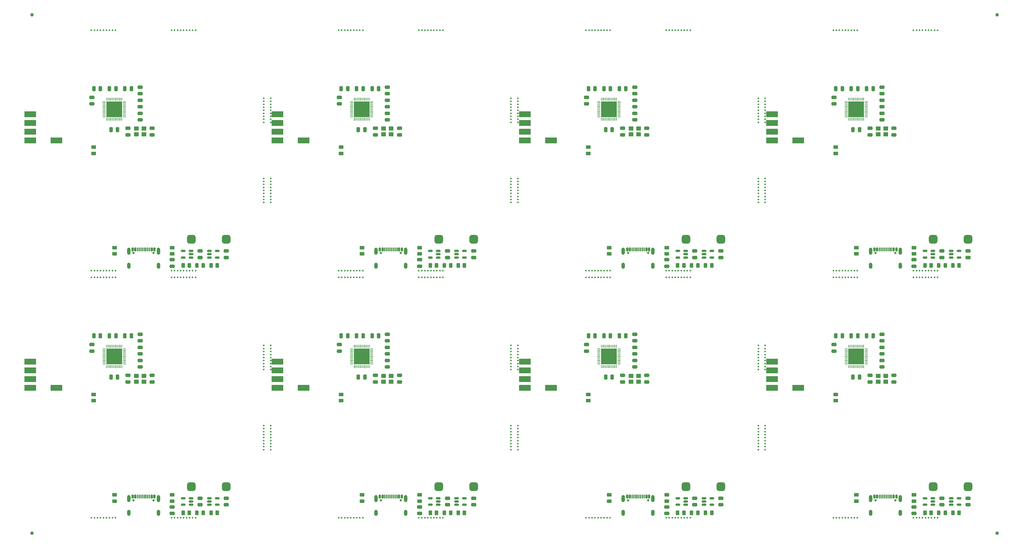
<source format=gbr>
%TF.GenerationSoftware,KiCad,Pcbnew,8.0.9-8.0.9-0~ubuntu24.04.1*%
%TF.CreationDate,2025-07-17T17:50:56+05:00*%
%TF.ProjectId,panel_170725,70616e65-6c5f-4313-9730-3732352e6b69,rev?*%
%TF.SameCoordinates,Original*%
%TF.FileFunction,Soldermask,Top*%
%TF.FilePolarity,Negative*%
%FSLAX46Y46*%
G04 Gerber Fmt 4.6, Leading zero omitted, Abs format (unit mm)*
G04 Created by KiCad (PCBNEW 8.0.9-8.0.9-0~ubuntu24.04.1) date 2025-07-17 17:50:56*
%MOMM*%
%LPD*%
G01*
G04 APERTURE LIST*
G04 Aperture macros list*
%AMRoundRect*
0 Rectangle with rounded corners*
0 $1 Rounding radius*
0 $2 $3 $4 $5 $6 $7 $8 $9 X,Y pos of 4 corners*
0 Add a 4 corners polygon primitive as box body*
4,1,4,$2,$3,$4,$5,$6,$7,$8,$9,$2,$3,0*
0 Add four circle primitives for the rounded corners*
1,1,$1+$1,$2,$3*
1,1,$1+$1,$4,$5*
1,1,$1+$1,$6,$7*
1,1,$1+$1,$8,$9*
0 Add four rect primitives between the rounded corners*
20,1,$1+$1,$2,$3,$4,$5,0*
20,1,$1+$1,$4,$5,$6,$7,0*
20,1,$1+$1,$6,$7,$8,$9,0*
20,1,$1+$1,$8,$9,$2,$3,0*%
G04 Aperture macros list end*
%ADD10RoundRect,0.250000X-0.450000X0.262500X-0.450000X-0.262500X0.450000X-0.262500X0.450000X0.262500X0*%
%ADD11C,1.000000*%
%ADD12C,0.500000*%
%ADD13C,0.650000*%
%ADD14RoundRect,0.150000X-0.150000X-0.425000X0.150000X-0.425000X0.150000X0.425000X-0.150000X0.425000X0*%
%ADD15RoundRect,0.075000X-0.075000X-0.500000X0.075000X-0.500000X0.075000X0.500000X-0.075000X0.500000X0*%
%ADD16O,1.000000X2.100000*%
%ADD17O,1.000000X1.800000*%
%ADD18RoundRect,0.150000X-0.512500X-0.150000X0.512500X-0.150000X0.512500X0.150000X-0.512500X0.150000X0*%
%ADD19RoundRect,0.250000X0.250000X0.475000X-0.250000X0.475000X-0.250000X-0.475000X0.250000X-0.475000X0*%
%ADD20R,3.400000X1.800000*%
%ADD21R,1.400000X1.200000*%
%ADD22RoundRect,0.250000X0.450000X-0.262500X0.450000X0.262500X-0.450000X0.262500X-0.450000X-0.262500X0*%
%ADD23RoundRect,0.250000X-0.475000X0.250000X-0.475000X-0.250000X0.475000X-0.250000X0.475000X0.250000X0*%
%ADD24RoundRect,0.250000X0.262500X0.450000X-0.262500X0.450000X-0.262500X-0.450000X0.262500X-0.450000X0*%
%ADD25RoundRect,0.050000X-0.050000X0.350000X-0.050000X-0.350000X0.050000X-0.350000X0.050000X0.350000X0*%
%ADD26RoundRect,0.050000X-0.350000X0.050000X-0.350000X-0.050000X0.350000X-0.050000X0.350000X0.050000X0*%
%ADD27R,4.600000X4.600000*%
%ADD28RoundRect,0.243750X-0.243750X-0.456250X0.243750X-0.456250X0.243750X0.456250X-0.243750X0.456250X0*%
%ADD29RoundRect,0.150000X0.512500X0.150000X-0.512500X0.150000X-0.512500X-0.150000X0.512500X-0.150000X0*%
%ADD30RoundRect,0.250000X0.475000X-0.250000X0.475000X0.250000X-0.475000X0.250000X-0.475000X-0.250000X0*%
%ADD31RoundRect,0.250000X-0.250000X-0.475000X0.250000X-0.475000X0.250000X0.475000X-0.250000X0.475000X0*%
%ADD32RoundRect,0.625000X-0.625000X-0.625000X0.625000X-0.625000X0.625000X0.625000X-0.625000X0.625000X0*%
%ADD33RoundRect,0.250000X-0.262500X-0.450000X0.262500X-0.450000X0.262500X0.450000X-0.262500X0.450000X0*%
G04 APERTURE END LIST*
D10*
%TO.C,R1*%
X26000000Y-133089000D03*
X26000000Y-134914000D03*
%TD*%
D11*
%TO.C,KiKit_FID_T_4*%
X289000000Y-173503500D03*
%TD*%
D12*
%TO.C,KiKit_MB_31_1*%
X25332334Y-99001500D03*
%TD*%
D13*
%TO.C,J1*%
X109610000Y-91896500D03*
X115390000Y-91896500D03*
D14*
X109300000Y-90821500D03*
X110100000Y-90821500D03*
D15*
X111250000Y-90821500D03*
X112250000Y-90821500D03*
X112750000Y-90821500D03*
X113750000Y-90821500D03*
D14*
X114900000Y-90821500D03*
X115700000Y-90821500D03*
X115700000Y-90821500D03*
X114900000Y-90821500D03*
D15*
X114250000Y-90821500D03*
X113250000Y-90821500D03*
X111750000Y-90821500D03*
X110750000Y-90821500D03*
D14*
X110100000Y-90821500D03*
X109300000Y-90821500D03*
D16*
X108180000Y-91396500D03*
D17*
X108180000Y-95576500D03*
D16*
X116820000Y-91396500D03*
D17*
X116820000Y-95576500D03*
%TD*%
D12*
%TO.C,KiKit_MB_48_4*%
X195291416Y-99001500D03*
%TD*%
%TO.C,KiKit_MB_31_7*%
X30583834Y-99001500D03*
%TD*%
%TO.C,KiKit_MB_47_2*%
X170207583Y-99001500D03*
%TD*%
%TO.C,KiKit_MB_45_4*%
X219500000Y-121459583D03*
%TD*%
%TO.C,KiKit_MB_11_5*%
X100833333Y-27001500D03*
%TD*%
D18*
%TO.C,U2*%
X275654500Y-163289500D03*
X275654500Y-164239500D03*
X275654500Y-165189500D03*
X277929500Y-165189500D03*
X277929500Y-163289500D03*
%TD*%
D19*
%TO.C,C10*%
X99950000Y-116031500D03*
X98050000Y-116031500D03*
%TD*%
D12*
%TO.C,KiKit_MB_4_3*%
X50416166Y-27001500D03*
%TD*%
%TO.C,KiKit_MB_27_3*%
X246583833Y-97001500D03*
%TD*%
%TO.C,KiKit_MB_5_8*%
X26207584Y-97001500D03*
%TD*%
D20*
%TO.C,TP3*%
X79500000Y-128581500D03*
%TD*%
D12*
%TO.C,KiKit_MB_24_5*%
X221500000Y-73668166D03*
%TD*%
D19*
%TO.C,C10*%
X243950000Y-116031500D03*
X242050000Y-116031500D03*
%TD*%
D12*
%TO.C,KiKit_MB_3_8*%
X31459084Y-27001500D03*
%TD*%
%TO.C,KiKit_MB_6_4*%
X53041916Y-97001500D03*
%TD*%
%TO.C,KiKit_MB_37_4*%
X147500000Y-121459583D03*
%TD*%
%TO.C,KiKit_MB_35_7*%
X77500000Y-120584333D03*
%TD*%
%TO.C,KiKit_MB_2_7*%
X75500000Y-75418666D03*
%TD*%
D21*
%TO.C,Y1*%
X110400000Y-57351500D03*
X112600000Y-57351500D03*
X112600000Y-55651500D03*
X110400000Y-55651500D03*
%TD*%
D22*
%TO.C,R4*%
X32090000Y-164136000D03*
X32090000Y-162311000D03*
%TD*%
D12*
%TO.C,KiKit_MB_29_6*%
X75500000Y-123210083D03*
%TD*%
%TO.C,KiKit_MB_26_7*%
X269917166Y-27001500D03*
%TD*%
D19*
%TO.C,C9*%
X176450000Y-44001500D03*
X174550000Y-44001500D03*
%TD*%
D12*
%TO.C,KiKit_MB_29_1*%
X75500000Y-118833833D03*
%TD*%
%TO.C,KiKit_MB_12_5*%
X124166666Y-27001500D03*
%TD*%
D23*
%TO.C,C11*%
X280602000Y-163289500D03*
X280602000Y-165189500D03*
%TD*%
D12*
%TO.C,KiKit_MB_50_5*%
X196166666Y-169001500D03*
%TD*%
%TO.C,KiKit_MB_18_5*%
X219500000Y-73668166D03*
%TD*%
D24*
%TO.C,R3*%
X133958500Y-167541500D03*
X132133500Y-167541500D03*
%TD*%
D12*
%TO.C,KiKit_MB_34_2*%
X54792416Y-169001500D03*
%TD*%
%TO.C,KiKit_MB_7_8*%
X77500000Y-47709084D03*
%TD*%
D19*
%TO.C,C10*%
X99950000Y-44031500D03*
X98050000Y-44031500D03*
%TD*%
D12*
%TO.C,KiKit_MB_32_9*%
X55667666Y-99001500D03*
%TD*%
%TO.C,KiKit_MB_8_5*%
X77500000Y-73668166D03*
%TD*%
D11*
%TO.C,KiKit_FID_T_2*%
X289000000Y-22500000D03*
%TD*%
D12*
%TO.C,KiKit_MB_52_8*%
X221500000Y-143042416D03*
%TD*%
%TO.C,KiKit_MB_12_9*%
X127667666Y-27001500D03*
%TD*%
%TO.C,KiKit_MB_40_5*%
X124166666Y-99001500D03*
%TD*%
%TO.C,KiKit_MB_3_3*%
X27082834Y-27001500D03*
%TD*%
%TO.C,KiKit_MB_16_6*%
X149500000Y-72792916D03*
%TD*%
D25*
%TO.C,U1*%
X34200000Y-119051500D03*
X33800000Y-119051500D03*
X33400000Y-119051500D03*
X33000000Y-119051500D03*
X32600000Y-119051500D03*
X32200000Y-119051500D03*
X31800000Y-119051500D03*
X31400000Y-119051500D03*
X31000000Y-119051500D03*
X30600000Y-119051500D03*
X30200000Y-119051500D03*
X29800000Y-119051500D03*
D26*
X29050000Y-119801500D03*
X29050000Y-120201500D03*
X29050000Y-120601500D03*
X29050000Y-121001500D03*
X29050000Y-121401500D03*
X29050000Y-121801500D03*
X29050000Y-122201500D03*
X29050000Y-122601500D03*
X29050000Y-123001500D03*
X29050000Y-123401500D03*
X29050000Y-123801500D03*
X29050000Y-124201500D03*
D25*
X29800000Y-124951500D03*
X30200000Y-124951500D03*
X30600000Y-124951500D03*
X31000000Y-124951500D03*
X31400000Y-124951500D03*
X31800000Y-124951500D03*
X32200000Y-124951500D03*
X32600000Y-124951500D03*
X33000000Y-124951500D03*
X33400000Y-124951500D03*
X33800000Y-124951500D03*
X34200000Y-124951500D03*
D26*
X34950000Y-124201500D03*
X34950000Y-123801500D03*
X34950000Y-123401500D03*
X34950000Y-123001500D03*
X34950000Y-122601500D03*
X34950000Y-122201500D03*
X34950000Y-121801500D03*
X34950000Y-121401500D03*
X34950000Y-121001500D03*
X34950000Y-120601500D03*
X34950000Y-120201500D03*
X34950000Y-119801500D03*
D27*
X32000000Y-122001500D03*
%TD*%
D12*
%TO.C,KiKit_MB_24_1*%
X221500000Y-77169166D03*
%TD*%
%TO.C,KiKit_MB_25_3*%
X243082833Y-27001500D03*
%TD*%
D22*
%TO.C,R4*%
X104090000Y-92136000D03*
X104090000Y-90311000D03*
%TD*%
D12*
%TO.C,KiKit_MB_11_8*%
X103459083Y-27001500D03*
%TD*%
%TO.C,KiKit_MB_2_1*%
X75500000Y-70167166D03*
%TD*%
%TO.C,KiKit_MB_17_2*%
X219500000Y-47709084D03*
%TD*%
%TO.C,KiKit_MB_10_2*%
X147500000Y-71042416D03*
%TD*%
%TO.C,KiKit_MB_27_7*%
X243082833Y-97001500D03*
%TD*%
D28*
%TO.C,D2*%
X272044500Y-167541500D03*
X273919500Y-167541500D03*
%TD*%
D12*
%TO.C,KiKit_MB_49_2*%
X175459083Y-169001500D03*
%TD*%
D20*
%TO.C,TP4*%
X7500000Y-123501500D03*
%TD*%
D29*
%TO.C,U3*%
X270309500Y-93189500D03*
X270309500Y-92239500D03*
X270309500Y-91289500D03*
X268034500Y-91289500D03*
X268034500Y-93189500D03*
%TD*%
D12*
%TO.C,KiKit_MB_48_6*%
X197041916Y-99001500D03*
%TD*%
%TO.C,KiKit_MB_50_1*%
X199667666Y-169001500D03*
%TD*%
%TO.C,KiKit_MB_33_5*%
X28833334Y-169001500D03*
%TD*%
%TO.C,KiKit_MB_43_7*%
X149500000Y-120584333D03*
%TD*%
%TO.C,KiKit_MB_13_1*%
X104334333Y-97001500D03*
%TD*%
%TO.C,KiKit_MB_51_1*%
X221500000Y-125835833D03*
%TD*%
D25*
%TO.C,U1*%
X178200000Y-47051500D03*
X177800000Y-47051500D03*
X177400000Y-47051500D03*
X177000000Y-47051500D03*
X176600000Y-47051500D03*
X176200000Y-47051500D03*
X175800000Y-47051500D03*
X175400000Y-47051500D03*
X175000000Y-47051500D03*
X174600000Y-47051500D03*
X174200000Y-47051500D03*
X173800000Y-47051500D03*
D26*
X173050000Y-47801500D03*
X173050000Y-48201500D03*
X173050000Y-48601500D03*
X173050000Y-49001500D03*
X173050000Y-49401500D03*
X173050000Y-49801500D03*
X173050000Y-50201500D03*
X173050000Y-50601500D03*
X173050000Y-51001500D03*
X173050000Y-51401500D03*
X173050000Y-51801500D03*
X173050000Y-52201500D03*
D25*
X173800000Y-52951500D03*
X174200000Y-52951500D03*
X174600000Y-52951500D03*
X175000000Y-52951500D03*
X175400000Y-52951500D03*
X175800000Y-52951500D03*
X176200000Y-52951500D03*
X176600000Y-52951500D03*
X177000000Y-52951500D03*
X177400000Y-52951500D03*
X177800000Y-52951500D03*
X178200000Y-52951500D03*
D26*
X178950000Y-52201500D03*
X178950000Y-51801500D03*
X178950000Y-51401500D03*
X178950000Y-51001500D03*
X178950000Y-50601500D03*
X178950000Y-50201500D03*
X178950000Y-49801500D03*
X178950000Y-49401500D03*
X178950000Y-49001500D03*
X178950000Y-48601500D03*
X178950000Y-48201500D03*
X178950000Y-47801500D03*
D27*
X176000000Y-50001500D03*
%TD*%
D13*
%TO.C,J1*%
X109610000Y-163896500D03*
X115390000Y-163896500D03*
D14*
X109300000Y-162821500D03*
X110100000Y-162821500D03*
D15*
X111250000Y-162821500D03*
X112250000Y-162821500D03*
X112750000Y-162821500D03*
X113750000Y-162821500D03*
D14*
X114900000Y-162821500D03*
X115700000Y-162821500D03*
X115700000Y-162821500D03*
X114900000Y-162821500D03*
D15*
X114250000Y-162821500D03*
X113250000Y-162821500D03*
X111750000Y-162821500D03*
X110750000Y-162821500D03*
D14*
X110100000Y-162821500D03*
X109300000Y-162821500D03*
D16*
X108180000Y-163396500D03*
D17*
X108180000Y-167576500D03*
D16*
X116820000Y-163396500D03*
D17*
X116820000Y-167576500D03*
%TD*%
D19*
%TO.C,C7*%
X104950000Y-56001500D03*
X103050000Y-56001500D03*
%TD*%
D12*
%TO.C,KiKit_MB_27_4*%
X245708583Y-97001500D03*
%TD*%
%TO.C,KiKit_MB_29_9*%
X75500000Y-125835833D03*
%TD*%
%TO.C,KiKit_MB_34_9*%
X48665666Y-169001500D03*
%TD*%
D30*
%TO.C,C13*%
X120854000Y-95729500D03*
X120854000Y-93829500D03*
%TD*%
D12*
%TO.C,KiKit_MB_43_1*%
X149500000Y-125835833D03*
%TD*%
%TO.C,KiKit_MB_17_1*%
X219500000Y-46833834D03*
%TD*%
D23*
%TO.C,C6*%
X183500000Y-119376500D03*
X183500000Y-121276500D03*
%TD*%
D24*
%TO.C,R3*%
X61958500Y-167541500D03*
X60133500Y-167541500D03*
%TD*%
D12*
%TO.C,KiKit_MB_52_9*%
X221500000Y-142167166D03*
%TD*%
%TO.C,KiKit_MB_31_8*%
X31459084Y-99001500D03*
%TD*%
D19*
%TO.C,C7*%
X248950000Y-56001500D03*
X247050000Y-56001500D03*
%TD*%
D12*
%TO.C,KiKit_MB_51_6*%
X221500000Y-121459583D03*
%TD*%
%TO.C,KiKit_MB_38_8*%
X147500000Y-148293916D03*
%TD*%
%TO.C,KiKit_MB_37_2*%
X147500000Y-119709083D03*
%TD*%
%TO.C,KiKit_MB_1_4*%
X75500000Y-49459584D03*
%TD*%
%TO.C,KiKit_MB_53_3*%
X243082833Y-99001500D03*
%TD*%
%TO.C,KiKit_MB_47_5*%
X172833333Y-99001500D03*
%TD*%
%TO.C,KiKit_MB_39_2*%
X98207583Y-99001500D03*
%TD*%
%TO.C,KiKit_MB_39_4*%
X99958083Y-99001500D03*
%TD*%
D31*
%TO.C,C8*%
X251050000Y-116001500D03*
X252950000Y-116001500D03*
%TD*%
D12*
%TO.C,KiKit_MB_44_1*%
X149500000Y-149169166D03*
%TD*%
%TO.C,KiKit_MB_10_3*%
X147500000Y-71917666D03*
%TD*%
D30*
%TO.C,C1*%
X252000000Y-129451500D03*
X252000000Y-127551500D03*
%TD*%
D12*
%TO.C,KiKit_MB_3_2*%
X26207584Y-27001500D03*
%TD*%
D13*
%TO.C,J1*%
X181610000Y-163896500D03*
X187390000Y-163896500D03*
D14*
X181300000Y-162821500D03*
X182100000Y-162821500D03*
D15*
X183250000Y-162821500D03*
X184250000Y-162821500D03*
X184750000Y-162821500D03*
X185750000Y-162821500D03*
D14*
X186900000Y-162821500D03*
X187700000Y-162821500D03*
X187700000Y-162821500D03*
X186900000Y-162821500D03*
D15*
X186250000Y-162821500D03*
X185250000Y-162821500D03*
X183750000Y-162821500D03*
X182750000Y-162821500D03*
D14*
X182100000Y-162821500D03*
X181300000Y-162821500D03*
D16*
X180180000Y-163396500D03*
D17*
X180180000Y-167576500D03*
D16*
X188820000Y-163396500D03*
D17*
X188820000Y-167576500D03*
%TD*%
D29*
%TO.C,U3*%
X54309500Y-93189500D03*
X54309500Y-92239500D03*
X54309500Y-91289500D03*
X52034500Y-91289500D03*
X52034500Y-93189500D03*
%TD*%
D23*
%TO.C,C6*%
X111500000Y-47376500D03*
X111500000Y-49276500D03*
%TD*%
D19*
%TO.C,C7*%
X176950000Y-56001500D03*
X175050000Y-56001500D03*
%TD*%
D12*
%TO.C,KiKit_MB_34_5*%
X52166666Y-169001500D03*
%TD*%
D20*
%TO.C,TP1*%
X231120000Y-131121500D03*
%TD*%
D12*
%TO.C,KiKit_MB_41_1*%
X104334333Y-169001500D03*
%TD*%
%TO.C,KiKit_MB_49_9*%
X169332333Y-169001500D03*
%TD*%
%TO.C,KiKit_MB_25_8*%
X247459083Y-27001500D03*
%TD*%
%TO.C,KiKit_MB_20_1*%
X192665666Y-27001500D03*
%TD*%
D20*
%TO.C,TP2*%
X7500000Y-131121500D03*
%TD*%
D12*
%TO.C,KiKit_MB_15_4*%
X149500000Y-51210084D03*
%TD*%
D30*
%TO.C,C5*%
X25500000Y-120451500D03*
X25500000Y-118551500D03*
%TD*%
D12*
%TO.C,KiKit_MB_50_6*%
X195291416Y-169001500D03*
%TD*%
%TO.C,KiKit_MB_23_8*%
X221500000Y-47709084D03*
%TD*%
%TO.C,KiKit_MB_26_3*%
X266416166Y-27001500D03*
%TD*%
D23*
%TO.C,C12*%
X56982000Y-91289500D03*
X56982000Y-93189500D03*
%TD*%
D19*
%TO.C,C9*%
X248450000Y-44001500D03*
X246550000Y-44001500D03*
%TD*%
D12*
%TO.C,KiKit_MB_5_2*%
X31459084Y-97001500D03*
%TD*%
%TO.C,KiKit_MB_40_2*%
X121540916Y-99001500D03*
%TD*%
%TO.C,KiKit_MB_12_7*%
X125917166Y-27001500D03*
%TD*%
%TO.C,KiKit_MB_42_5*%
X124166666Y-169001500D03*
%TD*%
D10*
%TO.C,R5*%
X48854000Y-90311000D03*
X48854000Y-92136000D03*
%TD*%
D12*
%TO.C,KiKit_MB_21_7*%
X171082833Y-97001500D03*
%TD*%
%TO.C,KiKit_MB_45_8*%
X219500000Y-124960583D03*
%TD*%
%TO.C,KiKit_MB_25_2*%
X242207583Y-27001500D03*
%TD*%
D13*
%TO.C,J1*%
X181610000Y-91896500D03*
X187390000Y-91896500D03*
D14*
X181300000Y-90821500D03*
X182100000Y-90821500D03*
D15*
X183250000Y-90821500D03*
X184250000Y-90821500D03*
X184750000Y-90821500D03*
X185750000Y-90821500D03*
D14*
X186900000Y-90821500D03*
X187700000Y-90821500D03*
X187700000Y-90821500D03*
X186900000Y-90821500D03*
D15*
X186250000Y-90821500D03*
X185250000Y-90821500D03*
X183750000Y-90821500D03*
X182750000Y-90821500D03*
D14*
X182100000Y-90821500D03*
X181300000Y-90821500D03*
D16*
X180180000Y-91396500D03*
D17*
X180180000Y-95576500D03*
D16*
X188820000Y-91396500D03*
D17*
X188820000Y-95576500D03*
%TD*%
D12*
%TO.C,KiKit_MB_23_4*%
X221500000Y-51210084D03*
%TD*%
%TO.C,KiKit_MB_8_6*%
X77500000Y-72792916D03*
%TD*%
D19*
%TO.C,C7*%
X32950000Y-56001500D03*
X31050000Y-56001500D03*
%TD*%
D12*
%TO.C,KiKit_MB_18_3*%
X219500000Y-71917666D03*
%TD*%
%TO.C,KiKit_MB_23_6*%
X221500000Y-49459584D03*
%TD*%
%TO.C,KiKit_MB_18_1*%
X219500000Y-70167166D03*
%TD*%
%TO.C,KiKit_MB_28_5*%
X268166666Y-97001500D03*
%TD*%
D29*
%TO.C,U3*%
X126309500Y-165189500D03*
X126309500Y-164239500D03*
X126309500Y-163289500D03*
X124034500Y-163289500D03*
X124034500Y-165189500D03*
%TD*%
D12*
%TO.C,KiKit_MB_44_6*%
X149500000Y-144792916D03*
%TD*%
D30*
%TO.C,C4*%
X255500000Y-45466500D03*
X255500000Y-43566500D03*
%TD*%
D12*
%TO.C,KiKit_MB_14_5*%
X124166666Y-97001500D03*
%TD*%
D19*
%TO.C,C7*%
X32950000Y-128001500D03*
X31050000Y-128001500D03*
%TD*%
D12*
%TO.C,KiKit_MB_45_7*%
X219500000Y-124085333D03*
%TD*%
%TO.C,KiKit_MB_44_2*%
X149500000Y-148293916D03*
%TD*%
D30*
%TO.C,C13*%
X48854000Y-167729500D03*
X48854000Y-165829500D03*
%TD*%
D12*
%TO.C,KiKit_MB_30_4*%
X75500000Y-144792916D03*
%TD*%
%TO.C,KiKit_MB_46_7*%
X219500000Y-147418666D03*
%TD*%
D23*
%TO.C,C12*%
X56982000Y-163289500D03*
X56982000Y-165189500D03*
%TD*%
D20*
%TO.C,TP2*%
X151500000Y-131121500D03*
%TD*%
D12*
%TO.C,KiKit_MB_49_7*%
X171082833Y-169001500D03*
%TD*%
%TO.C,KiKit_MB_41_6*%
X99958083Y-169001500D03*
%TD*%
D23*
%TO.C,C11*%
X208602000Y-91289500D03*
X208602000Y-93189500D03*
%TD*%
D22*
%TO.C,R4*%
X248090000Y-164136000D03*
X248090000Y-162311000D03*
%TD*%
D12*
%TO.C,KiKit_MB_28_7*%
X266416166Y-97001500D03*
%TD*%
%TO.C,KiKit_MB_17_8*%
X219500000Y-52960584D03*
%TD*%
D20*
%TO.C,TP5*%
X223500000Y-126041500D03*
%TD*%
D12*
%TO.C,KiKit_MB_45_9*%
X219500000Y-125835833D03*
%TD*%
%TO.C,KiKit_MB_42_8*%
X121540916Y-169001500D03*
%TD*%
D30*
%TO.C,C5*%
X169500000Y-120451500D03*
X169500000Y-118551500D03*
%TD*%
D12*
%TO.C,KiKit_MB_43_6*%
X149500000Y-121459583D03*
%TD*%
%TO.C,KiKit_MB_56_2*%
X270792416Y-169001500D03*
%TD*%
%TO.C,KiKit_MB_42_7*%
X122416166Y-169001500D03*
%TD*%
%TO.C,KiKit_MB_13_5*%
X100833333Y-97001500D03*
%TD*%
D25*
%TO.C,U1*%
X106200000Y-119051500D03*
X105800000Y-119051500D03*
X105400000Y-119051500D03*
X105000000Y-119051500D03*
X104600000Y-119051500D03*
X104200000Y-119051500D03*
X103800000Y-119051500D03*
X103400000Y-119051500D03*
X103000000Y-119051500D03*
X102600000Y-119051500D03*
X102200000Y-119051500D03*
X101800000Y-119051500D03*
D26*
X101050000Y-119801500D03*
X101050000Y-120201500D03*
X101050000Y-120601500D03*
X101050000Y-121001500D03*
X101050000Y-121401500D03*
X101050000Y-121801500D03*
X101050000Y-122201500D03*
X101050000Y-122601500D03*
X101050000Y-123001500D03*
X101050000Y-123401500D03*
X101050000Y-123801500D03*
X101050000Y-124201500D03*
D25*
X101800000Y-124951500D03*
X102200000Y-124951500D03*
X102600000Y-124951500D03*
X103000000Y-124951500D03*
X103400000Y-124951500D03*
X103800000Y-124951500D03*
X104200000Y-124951500D03*
X104600000Y-124951500D03*
X105000000Y-124951500D03*
X105400000Y-124951500D03*
X105800000Y-124951500D03*
X106200000Y-124951500D03*
D26*
X106950000Y-124201500D03*
X106950000Y-123801500D03*
X106950000Y-123401500D03*
X106950000Y-123001500D03*
X106950000Y-122601500D03*
X106950000Y-122201500D03*
X106950000Y-121801500D03*
X106950000Y-121401500D03*
X106950000Y-121001500D03*
X106950000Y-120601500D03*
X106950000Y-120201500D03*
X106950000Y-119801500D03*
D27*
X104000000Y-122001500D03*
%TD*%
D12*
%TO.C,KiKit_MB_4_1*%
X48665666Y-27001500D03*
%TD*%
%TO.C,KiKit_MB_53_4*%
X243958083Y-99001500D03*
%TD*%
%TO.C,KiKit_MB_55_3*%
X246583833Y-169001500D03*
%TD*%
%TO.C,KiKit_MB_28_6*%
X267291416Y-97001500D03*
%TD*%
%TO.C,KiKit_MB_51_5*%
X221500000Y-122334833D03*
%TD*%
%TO.C,KiKit_MB_56_4*%
X269041916Y-169001500D03*
%TD*%
%TO.C,KiKit_MB_5_6*%
X27958084Y-97001500D03*
%TD*%
%TO.C,KiKit_MB_47_4*%
X171958083Y-99001500D03*
%TD*%
%TO.C,KiKit_MB_23_3*%
X221500000Y-52085334D03*
%TD*%
%TO.C,KiKit_MB_30_2*%
X75500000Y-143042416D03*
%TD*%
D23*
%TO.C,C6*%
X183500000Y-47376500D03*
X183500000Y-49276500D03*
%TD*%
D12*
%TO.C,KiKit_MB_25_5*%
X244833333Y-27001500D03*
%TD*%
D20*
%TO.C,TP1*%
X159120000Y-131121500D03*
%TD*%
D12*
%TO.C,KiKit_MB_46_1*%
X219500000Y-142167166D03*
%TD*%
%TO.C,KiKit_MB_54_2*%
X265540916Y-99001500D03*
%TD*%
%TO.C,KiKit_MB_39_7*%
X102583833Y-99001500D03*
%TD*%
D20*
%TO.C,TP1*%
X159120000Y-59121500D03*
%TD*%
D13*
%TO.C,J1*%
X253610000Y-163896500D03*
X259390000Y-163896500D03*
D14*
X253300000Y-162821500D03*
X254100000Y-162821500D03*
D15*
X255250000Y-162821500D03*
X256250000Y-162821500D03*
X256750000Y-162821500D03*
X257750000Y-162821500D03*
D14*
X258900000Y-162821500D03*
X259700000Y-162821500D03*
X259700000Y-162821500D03*
X258900000Y-162821500D03*
D15*
X258250000Y-162821500D03*
X257250000Y-162821500D03*
X255750000Y-162821500D03*
X254750000Y-162821500D03*
D14*
X254100000Y-162821500D03*
X253300000Y-162821500D03*
D16*
X252180000Y-163396500D03*
D17*
X252180000Y-167576500D03*
D16*
X260820000Y-163396500D03*
D17*
X260820000Y-167576500D03*
%TD*%
D12*
%TO.C,KiKit_MB_7_9*%
X77500000Y-46833834D03*
%TD*%
D30*
%TO.C,C4*%
X255500000Y-117466500D03*
X255500000Y-115566500D03*
%TD*%
D12*
%TO.C,KiKit_MB_16_8*%
X149500000Y-71042416D03*
%TD*%
%TO.C,KiKit_MB_37_8*%
X147500000Y-124960583D03*
%TD*%
D32*
%TO.C,BT1*%
X126442000Y-87921500D03*
X136602000Y-87921500D03*
%TD*%
D12*
%TO.C,KiKit_MB_23_1*%
X221500000Y-53835834D03*
%TD*%
%TO.C,KiKit_MB_4_7*%
X53917166Y-27001500D03*
%TD*%
D28*
%TO.C,D2*%
X56044500Y-95541500D03*
X57919500Y-95541500D03*
%TD*%
D12*
%TO.C,KiKit_MB_1_3*%
X75500000Y-48584334D03*
%TD*%
D22*
%TO.C,R4*%
X32090000Y-92136000D03*
X32090000Y-90311000D03*
%TD*%
D23*
%TO.C,C2*%
X115000000Y-127551500D03*
X115000000Y-129451500D03*
%TD*%
D20*
%TO.C,TP5*%
X79500000Y-126041500D03*
%TD*%
D12*
%TO.C,KiKit_MB_28_2*%
X270792416Y-97001500D03*
%TD*%
%TO.C,KiKit_MB_8_9*%
X77500000Y-70167166D03*
%TD*%
%TO.C,KiKit_MB_9_9*%
X147500000Y-53835834D03*
%TD*%
D23*
%TO.C,C12*%
X128982000Y-163289500D03*
X128982000Y-165189500D03*
%TD*%
D12*
%TO.C,KiKit_MB_24_3*%
X221500000Y-75418666D03*
%TD*%
%TO.C,KiKit_MB_24_2*%
X221500000Y-76293916D03*
%TD*%
D29*
%TO.C,U3*%
X270309500Y-165189500D03*
X270309500Y-164239500D03*
X270309500Y-163289500D03*
X268034500Y-163289500D03*
X268034500Y-165189500D03*
%TD*%
D10*
%TO.C,R5*%
X264854000Y-90311000D03*
X264854000Y-92136000D03*
%TD*%
D12*
%TO.C,KiKit_MB_47_1*%
X169332333Y-99001500D03*
%TD*%
D20*
%TO.C,TP1*%
X231120000Y-59121500D03*
%TD*%
D12*
%TO.C,KiKit_MB_14_1*%
X127667666Y-97001500D03*
%TD*%
%TO.C,KiKit_MB_54_5*%
X268166666Y-99001500D03*
%TD*%
%TO.C,KiKit_MB_56_7*%
X266416166Y-169001500D03*
%TD*%
%TO.C,KiKit_MB_18_4*%
X219500000Y-72792916D03*
%TD*%
%TO.C,KiKit_MB_56_1*%
X271667666Y-169001500D03*
%TD*%
%TO.C,KiKit_MB_24_4*%
X221500000Y-74543416D03*
%TD*%
%TO.C,KiKit_MB_40_3*%
X122416166Y-99001500D03*
%TD*%
D19*
%TO.C,C7*%
X176950000Y-128001500D03*
X175050000Y-128001500D03*
%TD*%
D12*
%TO.C,KiKit_MB_27_1*%
X248334333Y-97001500D03*
%TD*%
%TO.C,KiKit_MB_55_5*%
X244833333Y-169001500D03*
%TD*%
D29*
%TO.C,U3*%
X54309500Y-165189500D03*
X54309500Y-164239500D03*
X54309500Y-163289500D03*
X52034500Y-163289500D03*
X52034500Y-165189500D03*
%TD*%
D12*
%TO.C,KiKit_MB_24_9*%
X221500000Y-70167166D03*
%TD*%
%TO.C,KiKit_MB_25_9*%
X248334333Y-27001500D03*
%TD*%
%TO.C,KiKit_MB_52_4*%
X221500000Y-146543416D03*
%TD*%
%TO.C,KiKit_MB_16_1*%
X149500000Y-77169166D03*
%TD*%
D32*
%TO.C,BT1*%
X198442000Y-159921500D03*
X208602000Y-159921500D03*
%TD*%
D12*
%TO.C,KiKit_MB_12_8*%
X126792416Y-27001500D03*
%TD*%
D28*
%TO.C,D2*%
X56044500Y-167541500D03*
X57919500Y-167541500D03*
%TD*%
D19*
%TO.C,C9*%
X32450000Y-44001500D03*
X30550000Y-44001500D03*
%TD*%
D12*
%TO.C,KiKit_MB_5_3*%
X30583834Y-97001500D03*
%TD*%
%TO.C,KiKit_MB_55_4*%
X245708583Y-169001500D03*
%TD*%
D30*
%TO.C,C1*%
X108000000Y-129451500D03*
X108000000Y-127551500D03*
%TD*%
D12*
%TO.C,KiKit_MB_32_2*%
X49540916Y-99001500D03*
%TD*%
%TO.C,KiKit_MB_47_3*%
X171082833Y-99001500D03*
%TD*%
%TO.C,KiKit_MB_19_5*%
X172833333Y-27001500D03*
%TD*%
%TO.C,KiKit_MB_54_1*%
X264665666Y-99001500D03*
%TD*%
%TO.C,KiKit_MB_24_6*%
X221500000Y-72792916D03*
%TD*%
D19*
%TO.C,C9*%
X248450000Y-116001500D03*
X246550000Y-116001500D03*
%TD*%
D12*
%TO.C,KiKit_MB_28_1*%
X271667666Y-97001500D03*
%TD*%
%TO.C,KiKit_MB_33_1*%
X32334334Y-169001500D03*
%TD*%
D20*
%TO.C,TP1*%
X15120000Y-131121500D03*
%TD*%
D10*
%TO.C,R1*%
X98000000Y-61089000D03*
X98000000Y-62914000D03*
%TD*%
D12*
%TO.C,KiKit_MB_56_5*%
X268166666Y-169001500D03*
%TD*%
%TO.C,KiKit_MB_40_9*%
X127667666Y-99001500D03*
%TD*%
%TO.C,KiKit_MB_38_5*%
X147500000Y-145668166D03*
%TD*%
%TO.C,KiKit_MB_6_2*%
X54792416Y-97001500D03*
%TD*%
%TO.C,KiKit_MB_23_5*%
X221500000Y-50334834D03*
%TD*%
%TO.C,KiKit_MB_13_7*%
X99082833Y-97001500D03*
%TD*%
%TO.C,KiKit_MB_22_1*%
X199667666Y-97001500D03*
%TD*%
%TO.C,KiKit_MB_14_2*%
X126792416Y-97001500D03*
%TD*%
%TO.C,KiKit_MB_32_7*%
X53917166Y-99001500D03*
%TD*%
%TO.C,KiKit_MB_52_3*%
X221500000Y-147418666D03*
%TD*%
D30*
%TO.C,C3*%
X111500866Y-53086500D03*
X111500866Y-51186500D03*
%TD*%
D12*
%TO.C,KiKit_MB_17_4*%
X219500000Y-49459584D03*
%TD*%
%TO.C,KiKit_MB_51_8*%
X221500000Y-119709083D03*
%TD*%
D19*
%TO.C,C10*%
X171950000Y-116031500D03*
X170050000Y-116031500D03*
%TD*%
D12*
%TO.C,KiKit_MB_56_6*%
X267291416Y-169001500D03*
%TD*%
%TO.C,KiKit_MB_14_9*%
X120665666Y-97001500D03*
%TD*%
D21*
%TO.C,Y1*%
X254400000Y-129351500D03*
X256600000Y-129351500D03*
X256600000Y-127651500D03*
X254400000Y-127651500D03*
%TD*%
D12*
%TO.C,KiKit_MB_3_7*%
X30583834Y-27001500D03*
%TD*%
%TO.C,KiKit_MB_36_8*%
X77500000Y-143042416D03*
%TD*%
%TO.C,KiKit_MB_15_2*%
X149500000Y-52960584D03*
%TD*%
D19*
%TO.C,C10*%
X27950000Y-116031500D03*
X26050000Y-116031500D03*
%TD*%
D12*
%TO.C,KiKit_MB_42_3*%
X125917166Y-169001500D03*
%TD*%
%TO.C,KiKit_MB_22_8*%
X193540916Y-97001500D03*
%TD*%
%TO.C,KiKit_MB_55_8*%
X242207583Y-169001500D03*
%TD*%
%TO.C,KiKit_MB_10_1*%
X147500000Y-70167166D03*
%TD*%
%TO.C,KiKit_MB_25_1*%
X241332333Y-27001500D03*
%TD*%
%TO.C,KiKit_MB_6_7*%
X50416166Y-97001500D03*
%TD*%
%TO.C,KiKit_MB_27_6*%
X243958083Y-97001500D03*
%TD*%
D23*
%TO.C,C11*%
X280602000Y-91289500D03*
X280602000Y-93189500D03*
%TD*%
D12*
%TO.C,KiKit_MB_4_6*%
X53041916Y-27001500D03*
%TD*%
%TO.C,KiKit_MB_41_5*%
X100833333Y-169001500D03*
%TD*%
D23*
%TO.C,C2*%
X187000000Y-127551500D03*
X187000000Y-129451500D03*
%TD*%
D12*
%TO.C,KiKit_MB_49_8*%
X170207583Y-169001500D03*
%TD*%
%TO.C,KiKit_MB_51_4*%
X221500000Y-123210083D03*
%TD*%
%TO.C,KiKit_MB_14_7*%
X122416166Y-97001500D03*
%TD*%
%TO.C,KiKit_MB_38_4*%
X147500000Y-144792916D03*
%TD*%
%TO.C,KiKit_MB_46_9*%
X219500000Y-149169166D03*
%TD*%
D23*
%TO.C,C2*%
X259000000Y-55551500D03*
X259000000Y-57451500D03*
%TD*%
D30*
%TO.C,C5*%
X97500000Y-120451500D03*
X97500000Y-118551500D03*
%TD*%
D12*
%TO.C,KiKit_MB_13_2*%
X103459083Y-97001500D03*
%TD*%
%TO.C,KiKit_MB_46_2*%
X219500000Y-143042416D03*
%TD*%
%TO.C,KiKit_MB_20_3*%
X194416166Y-27001500D03*
%TD*%
D10*
%TO.C,R5*%
X192854000Y-90311000D03*
X192854000Y-92136000D03*
%TD*%
D30*
%TO.C,C3*%
X255500866Y-125086500D03*
X255500866Y-123186500D03*
%TD*%
D20*
%TO.C,TP3*%
X151500000Y-56581500D03*
%TD*%
D33*
%TO.C,R2*%
X52005500Y-167541500D03*
X53830500Y-167541500D03*
%TD*%
D25*
%TO.C,U1*%
X178200000Y-119051500D03*
X177800000Y-119051500D03*
X177400000Y-119051500D03*
X177000000Y-119051500D03*
X176600000Y-119051500D03*
X176200000Y-119051500D03*
X175800000Y-119051500D03*
X175400000Y-119051500D03*
X175000000Y-119051500D03*
X174600000Y-119051500D03*
X174200000Y-119051500D03*
X173800000Y-119051500D03*
D26*
X173050000Y-119801500D03*
X173050000Y-120201500D03*
X173050000Y-120601500D03*
X173050000Y-121001500D03*
X173050000Y-121401500D03*
X173050000Y-121801500D03*
X173050000Y-122201500D03*
X173050000Y-122601500D03*
X173050000Y-123001500D03*
X173050000Y-123401500D03*
X173050000Y-123801500D03*
X173050000Y-124201500D03*
D25*
X173800000Y-124951500D03*
X174200000Y-124951500D03*
X174600000Y-124951500D03*
X175000000Y-124951500D03*
X175400000Y-124951500D03*
X175800000Y-124951500D03*
X176200000Y-124951500D03*
X176600000Y-124951500D03*
X177000000Y-124951500D03*
X177400000Y-124951500D03*
X177800000Y-124951500D03*
X178200000Y-124951500D03*
D26*
X178950000Y-124201500D03*
X178950000Y-123801500D03*
X178950000Y-123401500D03*
X178950000Y-123001500D03*
X178950000Y-122601500D03*
X178950000Y-122201500D03*
X178950000Y-121801500D03*
X178950000Y-121401500D03*
X178950000Y-121001500D03*
X178950000Y-120601500D03*
X178950000Y-120201500D03*
X178950000Y-119801500D03*
D27*
X176000000Y-122001500D03*
%TD*%
D23*
%TO.C,C12*%
X200982000Y-163289500D03*
X200982000Y-165189500D03*
%TD*%
D12*
%TO.C,KiKit_MB_34_1*%
X55667666Y-169001500D03*
%TD*%
%TO.C,KiKit_MB_26_1*%
X264665666Y-27001500D03*
%TD*%
%TO.C,KiKit_MB_49_3*%
X174583833Y-169001500D03*
%TD*%
D31*
%TO.C,C8*%
X107050000Y-44001500D03*
X108950000Y-44001500D03*
%TD*%
D12*
%TO.C,KiKit_MB_33_6*%
X27958084Y-169001500D03*
%TD*%
D33*
%TO.C,R2*%
X124005500Y-95541500D03*
X125830500Y-95541500D03*
%TD*%
D12*
%TO.C,KiKit_MB_43_5*%
X149500000Y-122334833D03*
%TD*%
%TO.C,KiKit_MB_36_2*%
X77500000Y-148293916D03*
%TD*%
%TO.C,KiKit_MB_26_5*%
X268166666Y-27001500D03*
%TD*%
%TO.C,KiKit_MB_10_9*%
X147500000Y-77169166D03*
%TD*%
D28*
%TO.C,D2*%
X128044500Y-95541500D03*
X129919500Y-95541500D03*
%TD*%
D12*
%TO.C,KiKit_MB_13_4*%
X101708583Y-97001500D03*
%TD*%
%TO.C,KiKit_MB_36_7*%
X77500000Y-143917666D03*
%TD*%
D20*
%TO.C,TP4*%
X79500000Y-123501500D03*
%TD*%
D30*
%TO.C,C4*%
X111500000Y-117466500D03*
X111500000Y-115566500D03*
%TD*%
D10*
%TO.C,R5*%
X120854000Y-90311000D03*
X120854000Y-92136000D03*
%TD*%
D12*
%TO.C,KiKit_MB_1_6*%
X75500000Y-51210084D03*
%TD*%
%TO.C,KiKit_MB_39_8*%
X103459083Y-99001500D03*
%TD*%
D30*
%TO.C,C5*%
X25500000Y-48451500D03*
X25500000Y-46551500D03*
%TD*%
D18*
%TO.C,U2*%
X203654500Y-91289500D03*
X203654500Y-92239500D03*
X203654500Y-93189500D03*
X205929500Y-93189500D03*
X205929500Y-91289500D03*
%TD*%
D10*
%TO.C,R1*%
X242000000Y-133089000D03*
X242000000Y-134914000D03*
%TD*%
D12*
%TO.C,KiKit_MB_32_8*%
X54792416Y-99001500D03*
%TD*%
%TO.C,KiKit_MB_42_6*%
X123291416Y-169001500D03*
%TD*%
%TO.C,KiKit_MB_33_9*%
X25332334Y-169001500D03*
%TD*%
%TO.C,KiKit_MB_11_2*%
X98207583Y-27001500D03*
%TD*%
%TO.C,KiKit_MB_18_8*%
X219500000Y-76293916D03*
%TD*%
D20*
%TO.C,TP2*%
X79500000Y-59121500D03*
%TD*%
D12*
%TO.C,KiKit_MB_4_8*%
X54792416Y-27001500D03*
%TD*%
D23*
%TO.C,C12*%
X272982000Y-163289500D03*
X272982000Y-165189500D03*
%TD*%
D12*
%TO.C,KiKit_MB_56_3*%
X269917166Y-169001500D03*
%TD*%
D30*
%TO.C,C5*%
X97500000Y-48451500D03*
X97500000Y-46551500D03*
%TD*%
D12*
%TO.C,KiKit_MB_30_8*%
X75500000Y-148293916D03*
%TD*%
%TO.C,KiKit_MB_21_2*%
X175459083Y-97001500D03*
%TD*%
%TO.C,KiKit_MB_3_5*%
X28833334Y-27001500D03*
%TD*%
%TO.C,KiKit_MB_48_7*%
X197917166Y-99001500D03*
%TD*%
D33*
%TO.C,R2*%
X268005500Y-95541500D03*
X269830500Y-95541500D03*
%TD*%
D12*
%TO.C,KiKit_MB_17_3*%
X219500000Y-48584334D03*
%TD*%
%TO.C,KiKit_MB_9_4*%
X147500000Y-49459584D03*
%TD*%
%TO.C,KiKit_MB_40_8*%
X126792416Y-99001500D03*
%TD*%
D23*
%TO.C,C2*%
X43000000Y-55551500D03*
X43000000Y-57451500D03*
%TD*%
D12*
%TO.C,KiKit_MB_15_1*%
X149500000Y-53835834D03*
%TD*%
%TO.C,KiKit_MB_42_2*%
X126792416Y-169001500D03*
%TD*%
%TO.C,KiKit_MB_43_8*%
X149500000Y-119709083D03*
%TD*%
%TO.C,KiKit_MB_35_6*%
X77500000Y-121459583D03*
%TD*%
%TO.C,KiKit_MB_33_2*%
X31459084Y-169001500D03*
%TD*%
D20*
%TO.C,TP4*%
X151500000Y-51501500D03*
%TD*%
D12*
%TO.C,KiKit_MB_35_1*%
X77500000Y-125835833D03*
%TD*%
%TO.C,KiKit_MB_42_4*%
X125041916Y-169001500D03*
%TD*%
%TO.C,KiKit_MB_46_8*%
X219500000Y-148293916D03*
%TD*%
%TO.C,KiKit_MB_18_2*%
X219500000Y-71042416D03*
%TD*%
%TO.C,KiKit_MB_15_6*%
X149500000Y-49459584D03*
%TD*%
%TO.C,KiKit_MB_49_6*%
X171958083Y-169001500D03*
%TD*%
%TO.C,KiKit_MB_5_7*%
X27082834Y-97001500D03*
%TD*%
%TO.C,KiKit_MB_43_4*%
X149500000Y-123210083D03*
%TD*%
D23*
%TO.C,C6*%
X255500000Y-119376500D03*
X255500000Y-121276500D03*
%TD*%
D20*
%TO.C,TP2*%
X223500000Y-59121500D03*
%TD*%
D12*
%TO.C,KiKit_MB_27_2*%
X247459083Y-97001500D03*
%TD*%
%TO.C,KiKit_MB_36_4*%
X77500000Y-146543416D03*
%TD*%
D33*
%TO.C,R2*%
X124005500Y-167541500D03*
X125830500Y-167541500D03*
%TD*%
D12*
%TO.C,KiKit_MB_28_8*%
X265540916Y-97001500D03*
%TD*%
D30*
%TO.C,C1*%
X108000000Y-57451500D03*
X108000000Y-55551500D03*
%TD*%
D12*
%TO.C,KiKit_MB_7_5*%
X77500000Y-50334834D03*
%TD*%
D31*
%TO.C,C8*%
X179050000Y-116001500D03*
X180950000Y-116001500D03*
%TD*%
D12*
%TO.C,KiKit_MB_20_5*%
X196166666Y-27001500D03*
%TD*%
D23*
%TO.C,C11*%
X64602000Y-163289500D03*
X64602000Y-165189500D03*
%TD*%
D12*
%TO.C,KiKit_MB_51_2*%
X221500000Y-124960583D03*
%TD*%
%TO.C,KiKit_MB_4_4*%
X51291416Y-27001500D03*
%TD*%
%TO.C,KiKit_MB_29_7*%
X75500000Y-124085333D03*
%TD*%
%TO.C,KiKit_MB_3_9*%
X32334334Y-27001500D03*
%TD*%
%TO.C,KiKit_MB_37_3*%
X147500000Y-120584333D03*
%TD*%
D33*
%TO.C,R2*%
X196005500Y-95541500D03*
X197830500Y-95541500D03*
%TD*%
D12*
%TO.C,KiKit_MB_34_6*%
X51291416Y-169001500D03*
%TD*%
%TO.C,KiKit_MB_54_9*%
X271667666Y-99001500D03*
%TD*%
%TO.C,KiKit_MB_49_1*%
X176334333Y-169001500D03*
%TD*%
D30*
%TO.C,C1*%
X180000000Y-129451500D03*
X180000000Y-127551500D03*
%TD*%
D12*
%TO.C,KiKit_MB_27_5*%
X244833333Y-97001500D03*
%TD*%
%TO.C,KiKit_MB_39_5*%
X100833333Y-99001500D03*
%TD*%
D23*
%TO.C,C2*%
X43000000Y-127551500D03*
X43000000Y-129451500D03*
%TD*%
D12*
%TO.C,KiKit_MB_25_7*%
X246583833Y-27001500D03*
%TD*%
%TO.C,KiKit_MB_14_6*%
X123291416Y-97001500D03*
%TD*%
%TO.C,KiKit_MB_44_7*%
X149500000Y-143917666D03*
%TD*%
%TO.C,KiKit_MB_5_9*%
X25332334Y-97001500D03*
%TD*%
D20*
%TO.C,TP3*%
X223500000Y-128581500D03*
%TD*%
D12*
%TO.C,KiKit_MB_41_8*%
X98207583Y-169001500D03*
%TD*%
D21*
%TO.C,Y1*%
X38400000Y-57351500D03*
X40600000Y-57351500D03*
X40600000Y-55651500D03*
X38400000Y-55651500D03*
%TD*%
D12*
%TO.C,KiKit_MB_16_3*%
X149500000Y-75418666D03*
%TD*%
D10*
%TO.C,R1*%
X98000000Y-133089000D03*
X98000000Y-134914000D03*
%TD*%
D12*
%TO.C,KiKit_MB_55_1*%
X248334333Y-169001500D03*
%TD*%
%TO.C,KiKit_MB_15_5*%
X149500000Y-50334834D03*
%TD*%
%TO.C,KiKit_MB_14_8*%
X121540916Y-97001500D03*
%TD*%
D10*
%TO.C,R1*%
X170000000Y-133089000D03*
X170000000Y-134914000D03*
%TD*%
D12*
%TO.C,KiKit_MB_9_3*%
X147500000Y-48584334D03*
%TD*%
%TO.C,KiKit_MB_13_8*%
X98207583Y-97001500D03*
%TD*%
%TO.C,KiKit_MB_12_3*%
X122416166Y-27001500D03*
%TD*%
D23*
%TO.C,C12*%
X272982000Y-91289500D03*
X272982000Y-93189500D03*
%TD*%
D10*
%TO.C,R1*%
X26000000Y-61089000D03*
X26000000Y-62914000D03*
%TD*%
D12*
%TO.C,KiKit_MB_22_2*%
X198792416Y-97001500D03*
%TD*%
D21*
%TO.C,Y1*%
X110400000Y-129351500D03*
X112600000Y-129351500D03*
X112600000Y-127651500D03*
X110400000Y-127651500D03*
%TD*%
D12*
%TO.C,KiKit_MB_38_1*%
X147500000Y-142167166D03*
%TD*%
%TO.C,KiKit_MB_41_3*%
X102583833Y-169001500D03*
%TD*%
D20*
%TO.C,TP3*%
X7500000Y-128581500D03*
%TD*%
D12*
%TO.C,KiKit_MB_21_4*%
X173708583Y-97001500D03*
%TD*%
D19*
%TO.C,C9*%
X176450000Y-116001500D03*
X174550000Y-116001500D03*
%TD*%
%TO.C,C9*%
X32450000Y-116001500D03*
X30550000Y-116001500D03*
%TD*%
D20*
%TO.C,TP5*%
X151500000Y-126041500D03*
%TD*%
D12*
%TO.C,KiKit_MB_6_8*%
X49540916Y-97001500D03*
%TD*%
%TO.C,KiKit_MB_19_1*%
X169332333Y-27001500D03*
%TD*%
%TO.C,KiKit_MB_47_8*%
X175459083Y-99001500D03*
%TD*%
D19*
%TO.C,C7*%
X248950000Y-128001500D03*
X247050000Y-128001500D03*
%TD*%
D30*
%TO.C,C4*%
X183500000Y-117466500D03*
X183500000Y-115566500D03*
%TD*%
D12*
%TO.C,KiKit_MB_31_2*%
X26207584Y-99001500D03*
%TD*%
D33*
%TO.C,R2*%
X196005500Y-167541500D03*
X197830500Y-167541500D03*
%TD*%
D20*
%TO.C,TP1*%
X87120000Y-131121500D03*
%TD*%
D12*
%TO.C,KiKit_MB_11_4*%
X99958083Y-27001500D03*
%TD*%
%TO.C,KiKit_MB_12_4*%
X123291416Y-27001500D03*
%TD*%
%TO.C,KiKit_MB_29_3*%
X75500000Y-120584333D03*
%TD*%
D19*
%TO.C,C9*%
X104450000Y-44001500D03*
X102550000Y-44001500D03*
%TD*%
D23*
%TO.C,C2*%
X115000000Y-55551500D03*
X115000000Y-57451500D03*
%TD*%
D12*
%TO.C,KiKit_MB_17_5*%
X219500000Y-50334834D03*
%TD*%
%TO.C,KiKit_MB_22_5*%
X196166666Y-97001500D03*
%TD*%
%TO.C,KiKit_MB_17_6*%
X219500000Y-51210084D03*
%TD*%
%TO.C,KiKit_MB_31_5*%
X28833334Y-99001500D03*
%TD*%
%TO.C,KiKit_MB_54_8*%
X270792416Y-99001500D03*
%TD*%
%TO.C,KiKit_MB_11_3*%
X99082833Y-27001500D03*
%TD*%
D24*
%TO.C,R3*%
X61958500Y-95541500D03*
X60133500Y-95541500D03*
%TD*%
D12*
%TO.C,KiKit_MB_8_4*%
X77500000Y-74543416D03*
%TD*%
%TO.C,KiKit_MB_30_5*%
X75500000Y-145668166D03*
%TD*%
%TO.C,KiKit_MB_55_7*%
X243082833Y-169001500D03*
%TD*%
%TO.C,KiKit_MB_36_1*%
X77500000Y-149169166D03*
%TD*%
%TO.C,KiKit_MB_55_9*%
X241332333Y-169001500D03*
%TD*%
D23*
%TO.C,C6*%
X255500000Y-47376500D03*
X255500000Y-49276500D03*
%TD*%
D12*
%TO.C,KiKit_MB_2_3*%
X75500000Y-71917666D03*
%TD*%
D10*
%TO.C,R5*%
X264854000Y-162311000D03*
X264854000Y-164136000D03*
%TD*%
D12*
%TO.C,KiKit_MB_34_7*%
X50416166Y-169001500D03*
%TD*%
D30*
%TO.C,C13*%
X192854000Y-95729500D03*
X192854000Y-93829500D03*
%TD*%
D12*
%TO.C,KiKit_MB_56_9*%
X264665666Y-169001500D03*
%TD*%
%TO.C,KiKit_MB_36_9*%
X77500000Y-142167166D03*
%TD*%
%TO.C,KiKit_MB_14_3*%
X125917166Y-97001500D03*
%TD*%
D20*
%TO.C,TP2*%
X223500000Y-131121500D03*
%TD*%
%TO.C,TP5*%
X151500000Y-54041500D03*
%TD*%
D12*
%TO.C,KiKit_MB_1_2*%
X75500000Y-47709084D03*
%TD*%
%TO.C,KiKit_MB_27_9*%
X241332333Y-97001500D03*
%TD*%
%TO.C,KiKit_MB_20_6*%
X197041916Y-27001500D03*
%TD*%
%TO.C,KiKit_MB_9_1*%
X147500000Y-46833834D03*
%TD*%
D20*
%TO.C,TP2*%
X151500000Y-59121500D03*
%TD*%
D12*
%TO.C,KiKit_MB_13_9*%
X97332333Y-97001500D03*
%TD*%
D21*
%TO.C,Y1*%
X182400000Y-129351500D03*
X184600000Y-129351500D03*
X184600000Y-127651500D03*
X182400000Y-127651500D03*
%TD*%
D12*
%TO.C,KiKit_MB_10_8*%
X147500000Y-76293916D03*
%TD*%
D20*
%TO.C,TP4*%
X7500000Y-51501500D03*
%TD*%
D12*
%TO.C,KiKit_MB_23_2*%
X221500000Y-52960584D03*
%TD*%
%TO.C,KiKit_MB_11_7*%
X102583833Y-27001500D03*
%TD*%
%TO.C,KiKit_MB_29_8*%
X75500000Y-124960583D03*
%TD*%
%TO.C,KiKit_MB_53_8*%
X247459083Y-99001500D03*
%TD*%
%TO.C,KiKit_MB_39_6*%
X101708583Y-99001500D03*
%TD*%
%TO.C,KiKit_MB_21_1*%
X176334333Y-97001500D03*
%TD*%
%TO.C,KiKit_MB_22_9*%
X192665666Y-97001500D03*
%TD*%
%TO.C,KiKit_MB_30_7*%
X75500000Y-147418666D03*
%TD*%
%TO.C,KiKit_MB_38_3*%
X147500000Y-143917666D03*
%TD*%
D23*
%TO.C,C2*%
X187000000Y-55551500D03*
X187000000Y-57451500D03*
%TD*%
D12*
%TO.C,KiKit_MB_12_1*%
X120665666Y-27001500D03*
%TD*%
%TO.C,KiKit_MB_23_7*%
X221500000Y-48584334D03*
%TD*%
D23*
%TO.C,C6*%
X39500000Y-47376500D03*
X39500000Y-49276500D03*
%TD*%
D24*
%TO.C,R3*%
X205958500Y-167541500D03*
X204133500Y-167541500D03*
%TD*%
D12*
%TO.C,KiKit_MB_40_7*%
X125917166Y-99001500D03*
%TD*%
%TO.C,KiKit_MB_27_8*%
X242207583Y-97001500D03*
%TD*%
%TO.C,KiKit_MB_39_1*%
X97332333Y-99001500D03*
%TD*%
%TO.C,KiKit_MB_33_4*%
X29708584Y-169001500D03*
%TD*%
%TO.C,KiKit_MB_48_9*%
X199667666Y-99001500D03*
%TD*%
D23*
%TO.C,C12*%
X200982000Y-91289500D03*
X200982000Y-93189500D03*
%TD*%
D12*
%TO.C,KiKit_MB_50_2*%
X198792416Y-169001500D03*
%TD*%
%TO.C,KiKit_MB_31_4*%
X27958084Y-99001500D03*
%TD*%
%TO.C,KiKit_MB_8_8*%
X77500000Y-71042416D03*
%TD*%
%TO.C,KiKit_MB_38_7*%
X147500000Y-147418666D03*
%TD*%
%TO.C,KiKit_MB_34_3*%
X53917166Y-169001500D03*
%TD*%
%TO.C,KiKit_MB_32_1*%
X48665666Y-99001500D03*
%TD*%
%TO.C,KiKit_MB_12_6*%
X125041916Y-27001500D03*
%TD*%
%TO.C,KiKit_MB_35_2*%
X77500000Y-124960583D03*
%TD*%
%TO.C,KiKit_MB_11_1*%
X97332333Y-27001500D03*
%TD*%
%TO.C,KiKit_MB_47_9*%
X176334333Y-99001500D03*
%TD*%
%TO.C,KiKit_MB_51_9*%
X221500000Y-118833833D03*
%TD*%
D22*
%TO.C,R4*%
X176090000Y-92136000D03*
X176090000Y-90311000D03*
%TD*%
D12*
%TO.C,KiKit_MB_7_6*%
X77500000Y-49459584D03*
%TD*%
D32*
%TO.C,BT1*%
X198442000Y-87921500D03*
X208602000Y-87921500D03*
%TD*%
D12*
%TO.C,KiKit_MB_26_2*%
X265540916Y-27001500D03*
%TD*%
%TO.C,KiKit_MB_15_7*%
X149500000Y-48584334D03*
%TD*%
D20*
%TO.C,TP5*%
X79500000Y-54041500D03*
%TD*%
D12*
%TO.C,KiKit_MB_44_8*%
X149500000Y-143042416D03*
%TD*%
D25*
%TO.C,U1*%
X250200000Y-47051500D03*
X249800000Y-47051500D03*
X249400000Y-47051500D03*
X249000000Y-47051500D03*
X248600000Y-47051500D03*
X248200000Y-47051500D03*
X247800000Y-47051500D03*
X247400000Y-47051500D03*
X247000000Y-47051500D03*
X246600000Y-47051500D03*
X246200000Y-47051500D03*
X245800000Y-47051500D03*
D26*
X245050000Y-47801500D03*
X245050000Y-48201500D03*
X245050000Y-48601500D03*
X245050000Y-49001500D03*
X245050000Y-49401500D03*
X245050000Y-49801500D03*
X245050000Y-50201500D03*
X245050000Y-50601500D03*
X245050000Y-51001500D03*
X245050000Y-51401500D03*
X245050000Y-51801500D03*
X245050000Y-52201500D03*
D25*
X245800000Y-52951500D03*
X246200000Y-52951500D03*
X246600000Y-52951500D03*
X247000000Y-52951500D03*
X247400000Y-52951500D03*
X247800000Y-52951500D03*
X248200000Y-52951500D03*
X248600000Y-52951500D03*
X249000000Y-52951500D03*
X249400000Y-52951500D03*
X249800000Y-52951500D03*
X250200000Y-52951500D03*
D26*
X250950000Y-52201500D03*
X250950000Y-51801500D03*
X250950000Y-51401500D03*
X250950000Y-51001500D03*
X250950000Y-50601500D03*
X250950000Y-50201500D03*
X250950000Y-49801500D03*
X250950000Y-49401500D03*
X250950000Y-49001500D03*
X250950000Y-48601500D03*
X250950000Y-48201500D03*
X250950000Y-47801500D03*
D27*
X248000000Y-50001500D03*
%TD*%
D29*
%TO.C,U3*%
X198309500Y-93189500D03*
X198309500Y-92239500D03*
X198309500Y-91289500D03*
X196034500Y-91289500D03*
X196034500Y-93189500D03*
%TD*%
D10*
%TO.C,R5*%
X48854000Y-162311000D03*
X48854000Y-164136000D03*
%TD*%
D32*
%TO.C,BT1*%
X54442000Y-87921500D03*
X64602000Y-87921500D03*
%TD*%
D12*
%TO.C,KiKit_MB_42_1*%
X127667666Y-169001500D03*
%TD*%
%TO.C,KiKit_MB_33_3*%
X30583834Y-169001500D03*
%TD*%
D13*
%TO.C,J1*%
X253610000Y-91896500D03*
X259390000Y-91896500D03*
D14*
X253300000Y-90821500D03*
X254100000Y-90821500D03*
D15*
X255250000Y-90821500D03*
X256250000Y-90821500D03*
X256750000Y-90821500D03*
X257750000Y-90821500D03*
D14*
X258900000Y-90821500D03*
X259700000Y-90821500D03*
X259700000Y-90821500D03*
X258900000Y-90821500D03*
D15*
X258250000Y-90821500D03*
X257250000Y-90821500D03*
X255750000Y-90821500D03*
X254750000Y-90821500D03*
D14*
X254100000Y-90821500D03*
X253300000Y-90821500D03*
D16*
X252180000Y-91396500D03*
D17*
X252180000Y-95576500D03*
D16*
X260820000Y-91396500D03*
D17*
X260820000Y-95576500D03*
%TD*%
D12*
%TO.C,KiKit_MB_52_6*%
X221500000Y-144792916D03*
%TD*%
D31*
%TO.C,C8*%
X35050000Y-116001500D03*
X36950000Y-116001500D03*
%TD*%
D12*
%TO.C,KiKit_MB_9_6*%
X147500000Y-51210084D03*
%TD*%
%TO.C,KiKit_MB_9_2*%
X147500000Y-47709084D03*
%TD*%
D30*
%TO.C,C5*%
X169500000Y-48451500D03*
X169500000Y-46551500D03*
%TD*%
D18*
%TO.C,U2*%
X59654500Y-163289500D03*
X59654500Y-164239500D03*
X59654500Y-165189500D03*
X61929500Y-165189500D03*
X61929500Y-163289500D03*
%TD*%
D10*
%TO.C,R1*%
X242000000Y-61089000D03*
X242000000Y-62914000D03*
%TD*%
D12*
%TO.C,KiKit_MB_13_3*%
X102583833Y-97001500D03*
%TD*%
%TO.C,KiKit_MB_32_4*%
X51291416Y-99001500D03*
%TD*%
%TO.C,KiKit_MB_46_6*%
X219500000Y-146543416D03*
%TD*%
%TO.C,KiKit_MB_6_9*%
X48665666Y-97001500D03*
%TD*%
D24*
%TO.C,R3*%
X133958500Y-95541500D03*
X132133500Y-95541500D03*
%TD*%
D18*
%TO.C,U2*%
X203654500Y-163289500D03*
X203654500Y-164239500D03*
X203654500Y-165189500D03*
X205929500Y-165189500D03*
X205929500Y-163289500D03*
%TD*%
D30*
%TO.C,C13*%
X264854000Y-167729500D03*
X264854000Y-165829500D03*
%TD*%
D20*
%TO.C,TP1*%
X87120000Y-59121500D03*
%TD*%
D12*
%TO.C,KiKit_MB_42_9*%
X120665666Y-169001500D03*
%TD*%
%TO.C,KiKit_MB_5_5*%
X28833334Y-97001500D03*
%TD*%
%TO.C,KiKit_MB_33_8*%
X26207584Y-169001500D03*
%TD*%
D32*
%TO.C,BT1*%
X126442000Y-159921500D03*
X136602000Y-159921500D03*
%TD*%
D30*
%TO.C,C4*%
X111500000Y-45466500D03*
X111500000Y-43566500D03*
%TD*%
D20*
%TO.C,TP1*%
X15120000Y-59121500D03*
%TD*%
D12*
%TO.C,KiKit_MB_43_9*%
X149500000Y-118833833D03*
%TD*%
%TO.C,KiKit_MB_17_9*%
X219500000Y-53835834D03*
%TD*%
D33*
%TO.C,R2*%
X268005500Y-167541500D03*
X269830500Y-167541500D03*
%TD*%
D12*
%TO.C,KiKit_MB_16_2*%
X149500000Y-76293916D03*
%TD*%
%TO.C,KiKit_MB_47_6*%
X173708583Y-99001500D03*
%TD*%
D30*
%TO.C,C1*%
X180000000Y-57451500D03*
X180000000Y-55551500D03*
%TD*%
D12*
%TO.C,KiKit_MB_15_8*%
X149500000Y-47709084D03*
%TD*%
%TO.C,KiKit_MB_6_1*%
X55667666Y-97001500D03*
%TD*%
%TO.C,KiKit_MB_37_6*%
X147500000Y-123210083D03*
%TD*%
%TO.C,KiKit_MB_40_6*%
X125041916Y-99001500D03*
%TD*%
D23*
%TO.C,C11*%
X136602000Y-163289500D03*
X136602000Y-165189500D03*
%TD*%
D12*
%TO.C,KiKit_MB_50_7*%
X194416166Y-169001500D03*
%TD*%
D20*
%TO.C,TP4*%
X79500000Y-51501500D03*
%TD*%
D12*
%TO.C,KiKit_MB_6_5*%
X52166666Y-97001500D03*
%TD*%
%TO.C,KiKit_MB_18_6*%
X219500000Y-74543416D03*
%TD*%
%TO.C,KiKit_MB_32_6*%
X53041916Y-99001500D03*
%TD*%
%TO.C,KiKit_MB_7_2*%
X77500000Y-52960584D03*
%TD*%
D25*
%TO.C,U1*%
X34200000Y-47051500D03*
X33800000Y-47051500D03*
X33400000Y-47051500D03*
X33000000Y-47051500D03*
X32600000Y-47051500D03*
X32200000Y-47051500D03*
X31800000Y-47051500D03*
X31400000Y-47051500D03*
X31000000Y-47051500D03*
X30600000Y-47051500D03*
X30200000Y-47051500D03*
X29800000Y-47051500D03*
D26*
X29050000Y-47801500D03*
X29050000Y-48201500D03*
X29050000Y-48601500D03*
X29050000Y-49001500D03*
X29050000Y-49401500D03*
X29050000Y-49801500D03*
X29050000Y-50201500D03*
X29050000Y-50601500D03*
X29050000Y-51001500D03*
X29050000Y-51401500D03*
X29050000Y-51801500D03*
X29050000Y-52201500D03*
D25*
X29800000Y-52951500D03*
X30200000Y-52951500D03*
X30600000Y-52951500D03*
X31000000Y-52951500D03*
X31400000Y-52951500D03*
X31800000Y-52951500D03*
X32200000Y-52951500D03*
X32600000Y-52951500D03*
X33000000Y-52951500D03*
X33400000Y-52951500D03*
X33800000Y-52951500D03*
X34200000Y-52951500D03*
D26*
X34950000Y-52201500D03*
X34950000Y-51801500D03*
X34950000Y-51401500D03*
X34950000Y-51001500D03*
X34950000Y-50601500D03*
X34950000Y-50201500D03*
X34950000Y-49801500D03*
X34950000Y-49401500D03*
X34950000Y-49001500D03*
X34950000Y-48601500D03*
X34950000Y-48201500D03*
X34950000Y-47801500D03*
D27*
X32000000Y-50001500D03*
%TD*%
D12*
%TO.C,KiKit_MB_49_5*%
X172833333Y-169001500D03*
%TD*%
D11*
%TO.C,KiKit_FID_T_3*%
X8000000Y-173503500D03*
%TD*%
D12*
%TO.C,KiKit_MB_29_5*%
X75500000Y-122334833D03*
%TD*%
%TO.C,KiKit_MB_39_9*%
X104334333Y-99001500D03*
%TD*%
D30*
%TO.C,C3*%
X183500866Y-125086500D03*
X183500866Y-123186500D03*
%TD*%
D20*
%TO.C,TP5*%
X7500000Y-126041500D03*
%TD*%
D12*
%TO.C,KiKit_MB_53_5*%
X244833333Y-99001500D03*
%TD*%
D18*
%TO.C,U2*%
X275654500Y-91289500D03*
X275654500Y-92239500D03*
X275654500Y-93189500D03*
X277929500Y-93189500D03*
X277929500Y-91289500D03*
%TD*%
D12*
%TO.C,KiKit_MB_10_6*%
X147500000Y-74543416D03*
%TD*%
%TO.C,KiKit_MB_2_9*%
X75500000Y-77169166D03*
%TD*%
%TO.C,KiKit_MB_41_7*%
X99082833Y-169001500D03*
%TD*%
%TO.C,KiKit_MB_54_7*%
X269917166Y-99001500D03*
%TD*%
D23*
%TO.C,C6*%
X111500000Y-119376500D03*
X111500000Y-121276500D03*
%TD*%
D12*
%TO.C,KiKit_MB_19_3*%
X171082833Y-27001500D03*
%TD*%
%TO.C,KiKit_MB_35_9*%
X77500000Y-118833833D03*
%TD*%
%TO.C,KiKit_MB_53_7*%
X246583833Y-99001500D03*
%TD*%
D33*
%TO.C,R2*%
X52005500Y-95541500D03*
X53830500Y-95541500D03*
%TD*%
D12*
%TO.C,KiKit_MB_40_4*%
X123291416Y-99001500D03*
%TD*%
%TO.C,KiKit_MB_31_3*%
X27082834Y-99001500D03*
%TD*%
%TO.C,KiKit_MB_6_3*%
X53917166Y-97001500D03*
%TD*%
D31*
%TO.C,C8*%
X179050000Y-44001500D03*
X180950000Y-44001500D03*
%TD*%
D12*
%TO.C,KiKit_MB_24_8*%
X221500000Y-71042416D03*
%TD*%
D10*
%TO.C,R5*%
X192854000Y-162311000D03*
X192854000Y-164136000D03*
%TD*%
D12*
%TO.C,KiKit_MB_21_5*%
X172833333Y-97001500D03*
%TD*%
%TO.C,KiKit_MB_41_2*%
X103459083Y-169001500D03*
%TD*%
%TO.C,KiKit_MB_3_4*%
X27958084Y-27001500D03*
%TD*%
%TO.C,KiKit_MB_30_3*%
X75500000Y-143917666D03*
%TD*%
D20*
%TO.C,TP3*%
X151500000Y-128581500D03*
%TD*%
%TO.C,TP5*%
X7500000Y-54041500D03*
%TD*%
D12*
%TO.C,KiKit_MB_15_3*%
X149500000Y-52085334D03*
%TD*%
%TO.C,KiKit_MB_16_5*%
X149500000Y-73668166D03*
%TD*%
%TO.C,KiKit_MB_2_8*%
X75500000Y-76293916D03*
%TD*%
D20*
%TO.C,TP4*%
X151500000Y-123501500D03*
%TD*%
D23*
%TO.C,C2*%
X259000000Y-127551500D03*
X259000000Y-129451500D03*
%TD*%
D19*
%TO.C,C10*%
X27950000Y-44031500D03*
X26050000Y-44031500D03*
%TD*%
D12*
%TO.C,KiKit_MB_10_4*%
X147500000Y-72792916D03*
%TD*%
%TO.C,KiKit_MB_7_4*%
X77500000Y-51210084D03*
%TD*%
D20*
%TO.C,TP2*%
X79500000Y-131121500D03*
%TD*%
D28*
%TO.C,D2*%
X272044500Y-95541500D03*
X273919500Y-95541500D03*
%TD*%
D12*
%TO.C,KiKit_MB_45_1*%
X219500000Y-118833833D03*
%TD*%
%TO.C,KiKit_MB_7_1*%
X77500000Y-53835834D03*
%TD*%
D22*
%TO.C,R4*%
X248090000Y-92136000D03*
X248090000Y-90311000D03*
%TD*%
D12*
%TO.C,KiKit_MB_51_3*%
X221500000Y-124085333D03*
%TD*%
%TO.C,KiKit_MB_4_5*%
X52166666Y-27001500D03*
%TD*%
%TO.C,KiKit_MB_22_4*%
X197041916Y-97001500D03*
%TD*%
%TO.C,KiKit_MB_41_9*%
X97332333Y-169001500D03*
%TD*%
D21*
%TO.C,Y1*%
X254400000Y-57351500D03*
X256600000Y-57351500D03*
X256600000Y-55651500D03*
X254400000Y-55651500D03*
%TD*%
D12*
%TO.C,KiKit_MB_2_4*%
X75500000Y-72792916D03*
%TD*%
%TO.C,KiKit_MB_18_7*%
X219500000Y-75418666D03*
%TD*%
D13*
%TO.C,J1*%
X37610000Y-163896500D03*
X43390000Y-163896500D03*
D14*
X37300000Y-162821500D03*
X38100000Y-162821500D03*
D15*
X39250000Y-162821500D03*
X40250000Y-162821500D03*
X40750000Y-162821500D03*
X41750000Y-162821500D03*
D14*
X42900000Y-162821500D03*
X43700000Y-162821500D03*
X43700000Y-162821500D03*
X42900000Y-162821500D03*
D15*
X42250000Y-162821500D03*
X41250000Y-162821500D03*
X39750000Y-162821500D03*
X38750000Y-162821500D03*
D14*
X38100000Y-162821500D03*
X37300000Y-162821500D03*
D16*
X36180000Y-163396500D03*
D17*
X36180000Y-167576500D03*
D16*
X44820000Y-163396500D03*
D17*
X44820000Y-167576500D03*
%TD*%
D30*
%TO.C,C3*%
X183500866Y-53086500D03*
X183500866Y-51186500D03*
%TD*%
D12*
%TO.C,KiKit_MB_54_3*%
X266416166Y-99001500D03*
%TD*%
%TO.C,KiKit_MB_4_9*%
X55667666Y-27001500D03*
%TD*%
%TO.C,KiKit_MB_1_9*%
X75500000Y-53835834D03*
%TD*%
%TO.C,KiKit_MB_36_6*%
X77500000Y-144792916D03*
%TD*%
D20*
%TO.C,TP4*%
X223500000Y-51501500D03*
%TD*%
D30*
%TO.C,C1*%
X36000000Y-129451500D03*
X36000000Y-127551500D03*
%TD*%
D20*
%TO.C,TP3*%
X7500000Y-56581500D03*
%TD*%
D21*
%TO.C,Y1*%
X38400000Y-129351500D03*
X40600000Y-129351500D03*
X40600000Y-127651500D03*
X38400000Y-127651500D03*
%TD*%
D31*
%TO.C,C8*%
X35050000Y-44001500D03*
X36950000Y-44001500D03*
%TD*%
D12*
%TO.C,KiKit_MB_19_8*%
X175459083Y-27001500D03*
%TD*%
%TO.C,KiKit_MB_38_2*%
X147500000Y-143042416D03*
%TD*%
%TO.C,KiKit_MB_40_1*%
X120665666Y-99001500D03*
%TD*%
%TO.C,KiKit_MB_8_1*%
X77500000Y-77169166D03*
%TD*%
D30*
%TO.C,C13*%
X48854000Y-95729500D03*
X48854000Y-93829500D03*
%TD*%
D12*
%TO.C,KiKit_MB_53_6*%
X245708583Y-99001500D03*
%TD*%
%TO.C,KiKit_MB_22_6*%
X195291416Y-97001500D03*
%TD*%
%TO.C,KiKit_MB_36_3*%
X77500000Y-147418666D03*
%TD*%
%TO.C,KiKit_MB_21_3*%
X174583833Y-97001500D03*
%TD*%
%TO.C,KiKit_MB_50_3*%
X197917166Y-169001500D03*
%TD*%
D10*
%TO.C,R1*%
X170000000Y-61089000D03*
X170000000Y-62914000D03*
%TD*%
D12*
%TO.C,KiKit_MB_10_7*%
X147500000Y-75418666D03*
%TD*%
D23*
%TO.C,C6*%
X39500000Y-119376500D03*
X39500000Y-121276500D03*
%TD*%
D12*
%TO.C,KiKit_MB_35_4*%
X77500000Y-123210083D03*
%TD*%
D32*
%TO.C,BT1*%
X270442000Y-159921500D03*
X280602000Y-159921500D03*
%TD*%
D12*
%TO.C,KiKit_MB_36_5*%
X77500000Y-145668166D03*
%TD*%
D30*
%TO.C,C4*%
X39500000Y-45466500D03*
X39500000Y-43566500D03*
%TD*%
D12*
%TO.C,KiKit_MB_41_4*%
X101708583Y-169001500D03*
%TD*%
D30*
%TO.C,C5*%
X241500000Y-120451500D03*
X241500000Y-118551500D03*
%TD*%
D12*
%TO.C,KiKit_MB_3_1*%
X25332334Y-27001500D03*
%TD*%
D25*
%TO.C,U1*%
X106200000Y-47051500D03*
X105800000Y-47051500D03*
X105400000Y-47051500D03*
X105000000Y-47051500D03*
X104600000Y-47051500D03*
X104200000Y-47051500D03*
X103800000Y-47051500D03*
X103400000Y-47051500D03*
X103000000Y-47051500D03*
X102600000Y-47051500D03*
X102200000Y-47051500D03*
X101800000Y-47051500D03*
D26*
X101050000Y-47801500D03*
X101050000Y-48201500D03*
X101050000Y-48601500D03*
X101050000Y-49001500D03*
X101050000Y-49401500D03*
X101050000Y-49801500D03*
X101050000Y-50201500D03*
X101050000Y-50601500D03*
X101050000Y-51001500D03*
X101050000Y-51401500D03*
X101050000Y-51801500D03*
X101050000Y-52201500D03*
D25*
X101800000Y-52951500D03*
X102200000Y-52951500D03*
X102600000Y-52951500D03*
X103000000Y-52951500D03*
X103400000Y-52951500D03*
X103800000Y-52951500D03*
X104200000Y-52951500D03*
X104600000Y-52951500D03*
X105000000Y-52951500D03*
X105400000Y-52951500D03*
X105800000Y-52951500D03*
X106200000Y-52951500D03*
D26*
X106950000Y-52201500D03*
X106950000Y-51801500D03*
X106950000Y-51401500D03*
X106950000Y-51001500D03*
X106950000Y-50601500D03*
X106950000Y-50201500D03*
X106950000Y-49801500D03*
X106950000Y-49401500D03*
X106950000Y-49001500D03*
X106950000Y-48601500D03*
X106950000Y-48201500D03*
X106950000Y-47801500D03*
D27*
X104000000Y-50001500D03*
%TD*%
D12*
%TO.C,KiKit_MB_33_7*%
X27082834Y-169001500D03*
%TD*%
%TO.C,KiKit_MB_21_8*%
X170207583Y-97001500D03*
%TD*%
%TO.C,KiKit_MB_16_9*%
X149500000Y-70167166D03*
%TD*%
D30*
%TO.C,C3*%
X39500866Y-125086500D03*
X39500866Y-123186500D03*
%TD*%
%TO.C,C3*%
X255500866Y-53086500D03*
X255500866Y-51186500D03*
%TD*%
D31*
%TO.C,C8*%
X107050000Y-116001500D03*
X108950000Y-116001500D03*
%TD*%
D22*
%TO.C,R4*%
X176090000Y-164136000D03*
X176090000Y-162311000D03*
%TD*%
D23*
%TO.C,C11*%
X208602000Y-163289500D03*
X208602000Y-165189500D03*
%TD*%
D18*
%TO.C,U2*%
X131654500Y-91289500D03*
X131654500Y-92239500D03*
X131654500Y-93189500D03*
X133929500Y-93189500D03*
X133929500Y-91289500D03*
%TD*%
D19*
%TO.C,C9*%
X104450000Y-116001500D03*
X102550000Y-116001500D03*
%TD*%
D12*
%TO.C,KiKit_MB_50_8*%
X193540916Y-169001500D03*
%TD*%
%TO.C,KiKit_MB_53_9*%
X248334333Y-99001500D03*
%TD*%
%TO.C,KiKit_MB_18_9*%
X219500000Y-77169166D03*
%TD*%
%TO.C,KiKit_MB_19_4*%
X171958083Y-27001500D03*
%TD*%
%TO.C,KiKit_MB_56_8*%
X265540916Y-169001500D03*
%TD*%
%TO.C,KiKit_MB_31_9*%
X32334334Y-99001500D03*
%TD*%
D31*
%TO.C,C8*%
X251050000Y-44001500D03*
X252950000Y-44001500D03*
%TD*%
D12*
%TO.C,KiKit_MB_16_7*%
X149500000Y-71917666D03*
%TD*%
%TO.C,KiKit_MB_37_7*%
X147500000Y-124085333D03*
%TD*%
%TO.C,KiKit_MB_37_1*%
X147500000Y-118833833D03*
%TD*%
%TO.C,KiKit_MB_34_4*%
X53041916Y-169001500D03*
%TD*%
%TO.C,KiKit_MB_6_6*%
X51291416Y-97001500D03*
%TD*%
%TO.C,KiKit_MB_44_3*%
X149500000Y-147418666D03*
%TD*%
%TO.C,KiKit_MB_8_3*%
X77500000Y-75418666D03*
%TD*%
%TO.C,KiKit_MB_38_6*%
X147500000Y-146543416D03*
%TD*%
%TO.C,KiKit_MB_9_8*%
X147500000Y-52960584D03*
%TD*%
%TO.C,KiKit_MB_48_2*%
X193540916Y-99001500D03*
%TD*%
D28*
%TO.C,D2*%
X200044500Y-95541500D03*
X201919500Y-95541500D03*
%TD*%
D12*
%TO.C,KiKit_MB_45_3*%
X219500000Y-120584333D03*
%TD*%
%TO.C,KiKit_MB_11_6*%
X101708583Y-27001500D03*
%TD*%
D30*
%TO.C,C1*%
X252000000Y-57451500D03*
X252000000Y-55551500D03*
%TD*%
D12*
%TO.C,KiKit_MB_1_7*%
X75500000Y-52085334D03*
%TD*%
%TO.C,KiKit_MB_44_9*%
X149500000Y-142167166D03*
%TD*%
D20*
%TO.C,TP5*%
X223500000Y-54041500D03*
%TD*%
D23*
%TO.C,C12*%
X128982000Y-91289500D03*
X128982000Y-93189500D03*
%TD*%
D24*
%TO.C,R3*%
X277958500Y-95541500D03*
X276133500Y-95541500D03*
%TD*%
D30*
%TO.C,C13*%
X120854000Y-167729500D03*
X120854000Y-165829500D03*
%TD*%
D19*
%TO.C,C10*%
X243950000Y-44031500D03*
X242050000Y-44031500D03*
%TD*%
D30*
%TO.C,C13*%
X264854000Y-95729500D03*
X264854000Y-93829500D03*
%TD*%
D12*
%TO.C,KiKit_MB_26_4*%
X267291416Y-27001500D03*
%TD*%
D10*
%TO.C,R5*%
X120854000Y-162311000D03*
X120854000Y-164136000D03*
%TD*%
D29*
%TO.C,U3*%
X126309500Y-93189500D03*
X126309500Y-92239500D03*
X126309500Y-91289500D03*
X124034500Y-91289500D03*
X124034500Y-93189500D03*
%TD*%
D12*
%TO.C,KiKit_MB_1_5*%
X75500000Y-50334834D03*
%TD*%
%TO.C,KiKit_MB_28_3*%
X269917166Y-97001500D03*
%TD*%
D19*
%TO.C,C10*%
X171950000Y-44031500D03*
X170050000Y-44031500D03*
%TD*%
D12*
%TO.C,KiKit_MB_51_7*%
X221500000Y-120584333D03*
%TD*%
%TO.C,KiKit_MB_52_7*%
X221500000Y-143917666D03*
%TD*%
%TO.C,KiKit_MB_19_2*%
X170207583Y-27001500D03*
%TD*%
D28*
%TO.C,D2*%
X200044500Y-167541500D03*
X201919500Y-167541500D03*
%TD*%
D12*
%TO.C,KiKit_MB_55_2*%
X247459083Y-169001500D03*
%TD*%
D20*
%TO.C,TP3*%
X79500000Y-56581500D03*
%TD*%
D12*
%TO.C,KiKit_MB_16_4*%
X149500000Y-74543416D03*
%TD*%
%TO.C,KiKit_MB_28_4*%
X269041916Y-97001500D03*
%TD*%
D25*
%TO.C,U1*%
X250200000Y-119051500D03*
X249800000Y-119051500D03*
X249400000Y-119051500D03*
X249000000Y-119051500D03*
X248600000Y-119051500D03*
X248200000Y-119051500D03*
X247800000Y-119051500D03*
X247400000Y-119051500D03*
X247000000Y-119051500D03*
X246600000Y-119051500D03*
X246200000Y-119051500D03*
X245800000Y-119051500D03*
D26*
X245050000Y-119801500D03*
X245050000Y-120201500D03*
X245050000Y-120601500D03*
X245050000Y-121001500D03*
X245050000Y-121401500D03*
X245050000Y-121801500D03*
X245050000Y-122201500D03*
X245050000Y-122601500D03*
X245050000Y-123001500D03*
X245050000Y-123401500D03*
X245050000Y-123801500D03*
X245050000Y-124201500D03*
D25*
X245800000Y-124951500D03*
X246200000Y-124951500D03*
X246600000Y-124951500D03*
X247000000Y-124951500D03*
X247400000Y-124951500D03*
X247800000Y-124951500D03*
X248200000Y-124951500D03*
X248600000Y-124951500D03*
X249000000Y-124951500D03*
X249400000Y-124951500D03*
X249800000Y-124951500D03*
X250200000Y-124951500D03*
D26*
X250950000Y-124201500D03*
X250950000Y-123801500D03*
X250950000Y-123401500D03*
X250950000Y-123001500D03*
X250950000Y-122601500D03*
X250950000Y-122201500D03*
X250950000Y-121801500D03*
X250950000Y-121401500D03*
X250950000Y-121001500D03*
X250950000Y-120601500D03*
X250950000Y-120201500D03*
X250950000Y-119801500D03*
D27*
X248000000Y-122001500D03*
%TD*%
D12*
%TO.C,KiKit_MB_28_9*%
X264665666Y-97001500D03*
%TD*%
%TO.C,KiKit_MB_26_9*%
X271667666Y-27001500D03*
%TD*%
%TO.C,KiKit_MB_44_4*%
X149500000Y-146543416D03*
%TD*%
D30*
%TO.C,C1*%
X36000000Y-57451500D03*
X36000000Y-55551500D03*
%TD*%
D28*
%TO.C,D2*%
X128044500Y-167541500D03*
X129919500Y-167541500D03*
%TD*%
D12*
%TO.C,KiKit_MB_19_7*%
X174583833Y-27001500D03*
%TD*%
%TO.C,KiKit_MB_48_8*%
X198792416Y-99001500D03*
%TD*%
D18*
%TO.C,U2*%
X131654500Y-163289500D03*
X131654500Y-164239500D03*
X131654500Y-165189500D03*
X133929500Y-165189500D03*
X133929500Y-163289500D03*
%TD*%
D12*
%TO.C,KiKit_MB_17_7*%
X219500000Y-52085334D03*
%TD*%
D20*
%TO.C,TP3*%
X223500000Y-56581500D03*
%TD*%
D12*
%TO.C,KiKit_MB_7_3*%
X77500000Y-52085334D03*
%TD*%
%TO.C,KiKit_MB_11_9*%
X104334333Y-27001500D03*
%TD*%
%TO.C,KiKit_MB_20_8*%
X198792416Y-27001500D03*
%TD*%
%TO.C,KiKit_MB_37_5*%
X147500000Y-122334833D03*
%TD*%
D30*
%TO.C,C3*%
X39500866Y-53086500D03*
X39500866Y-51186500D03*
%TD*%
D12*
%TO.C,KiKit_MB_52_2*%
X221500000Y-148293916D03*
%TD*%
D24*
%TO.C,R3*%
X205958500Y-95541500D03*
X204133500Y-95541500D03*
%TD*%
D12*
%TO.C,KiKit_MB_39_3*%
X99082833Y-99001500D03*
%TD*%
%TO.C,KiKit_MB_22_3*%
X197917166Y-97001500D03*
%TD*%
%TO.C,KiKit_MB_4_2*%
X49540916Y-27001500D03*
%TD*%
%TO.C,KiKit_MB_24_7*%
X221500000Y-71917666D03*
%TD*%
%TO.C,KiKit_MB_3_6*%
X29708584Y-27001500D03*
%TD*%
D24*
%TO.C,R3*%
X277958500Y-167541500D03*
X276133500Y-167541500D03*
%TD*%
D21*
%TO.C,Y1*%
X182400000Y-57351500D03*
X184600000Y-57351500D03*
X184600000Y-55651500D03*
X182400000Y-55651500D03*
%TD*%
D12*
%TO.C,KiKit_MB_20_7*%
X197917166Y-27001500D03*
%TD*%
%TO.C,KiKit_MB_2_6*%
X75500000Y-74543416D03*
%TD*%
%TO.C,KiKit_MB_46_4*%
X219500000Y-144792916D03*
%TD*%
%TO.C,KiKit_MB_31_6*%
X29708584Y-99001500D03*
%TD*%
D32*
%TO.C,BT1*%
X270442000Y-87921500D03*
X280602000Y-87921500D03*
%TD*%
D12*
%TO.C,KiKit_MB_20_2*%
X193540916Y-27001500D03*
%TD*%
%TO.C,KiKit_MB_35_8*%
X77500000Y-119709083D03*
%TD*%
%TO.C,KiKit_MB_7_7*%
X77500000Y-48584334D03*
%TD*%
%TO.C,KiKit_MB_38_9*%
X147500000Y-149169166D03*
%TD*%
D30*
%TO.C,C5*%
X241500000Y-48451500D03*
X241500000Y-46551500D03*
%TD*%
D20*
%TO.C,TP4*%
X223500000Y-123501500D03*
%TD*%
D12*
%TO.C,KiKit_MB_47_7*%
X174583833Y-99001500D03*
%TD*%
%TO.C,KiKit_MB_29_2*%
X75500000Y-119709083D03*
%TD*%
%TO.C,KiKit_MB_32_3*%
X50416166Y-99001500D03*
%TD*%
D30*
%TO.C,C13*%
X192854000Y-167729500D03*
X192854000Y-165829500D03*
%TD*%
D12*
%TO.C,KiKit_MB_50_4*%
X197041916Y-169001500D03*
%TD*%
%TO.C,KiKit_MB_25_6*%
X245708583Y-27001500D03*
%TD*%
%TO.C,KiKit_MB_25_4*%
X243958083Y-27001500D03*
%TD*%
%TO.C,KiKit_MB_32_5*%
X52166666Y-99001500D03*
%TD*%
%TO.C,KiKit_MB_1_8*%
X75500000Y-52960584D03*
%TD*%
D30*
%TO.C,C3*%
X111500866Y-125086500D03*
X111500866Y-123186500D03*
%TD*%
D12*
%TO.C,KiKit_MB_45_5*%
X219500000Y-122334833D03*
%TD*%
%TO.C,KiKit_MB_50_9*%
X192665666Y-169001500D03*
%TD*%
D11*
%TO.C,KiKit_FID_T_1*%
X8000000Y-22500000D03*
%TD*%
D12*
%TO.C,KiKit_MB_10_5*%
X147500000Y-73668166D03*
%TD*%
%TO.C,KiKit_MB_5_4*%
X29708584Y-97001500D03*
%TD*%
%TO.C,KiKit_MB_37_9*%
X147500000Y-125835833D03*
%TD*%
D22*
%TO.C,R4*%
X104090000Y-164136000D03*
X104090000Y-162311000D03*
%TD*%
D12*
%TO.C,KiKit_MB_53_1*%
X241332333Y-99001500D03*
%TD*%
%TO.C,KiKit_MB_35_3*%
X77500000Y-124085333D03*
%TD*%
%TO.C,KiKit_MB_2_2*%
X75500000Y-71042416D03*
%TD*%
%TO.C,KiKit_MB_9_5*%
X147500000Y-50334834D03*
%TD*%
D32*
%TO.C,BT1*%
X54442000Y-159921500D03*
X64602000Y-159921500D03*
%TD*%
D12*
%TO.C,KiKit_MB_30_9*%
X75500000Y-149169166D03*
%TD*%
%TO.C,KiKit_MB_44_5*%
X149500000Y-145668166D03*
%TD*%
%TO.C,KiKit_MB_21_9*%
X169332333Y-97001500D03*
%TD*%
%TO.C,KiKit_MB_45_6*%
X219500000Y-123210083D03*
%TD*%
D19*
%TO.C,C7*%
X104950000Y-128001500D03*
X103050000Y-128001500D03*
%TD*%
D12*
%TO.C,KiKit_MB_54_4*%
X267291416Y-99001500D03*
%TD*%
D29*
%TO.C,U3*%
X198309500Y-165189500D03*
X198309500Y-164239500D03*
X198309500Y-163289500D03*
X196034500Y-163289500D03*
X196034500Y-165189500D03*
%TD*%
D18*
%TO.C,U2*%
X59654500Y-91289500D03*
X59654500Y-92239500D03*
X59654500Y-93189500D03*
X61929500Y-93189500D03*
X61929500Y-91289500D03*
%TD*%
D30*
%TO.C,C4*%
X39500000Y-117466500D03*
X39500000Y-115566500D03*
%TD*%
D12*
%TO.C,KiKit_MB_48_5*%
X196166666Y-99001500D03*
%TD*%
%TO.C,KiKit_MB_29_4*%
X75500000Y-121459583D03*
%TD*%
%TO.C,KiKit_MB_14_4*%
X125041916Y-97001500D03*
%TD*%
D20*
%TO.C,TP2*%
X7500000Y-59121500D03*
%TD*%
D12*
%TO.C,KiKit_MB_43_2*%
X149500000Y-124960583D03*
%TD*%
%TO.C,KiKit_MB_55_6*%
X243958083Y-169001500D03*
%TD*%
%TO.C,KiKit_MB_12_2*%
X121540916Y-27001500D03*
%TD*%
%TO.C,KiKit_MB_53_2*%
X242207583Y-99001500D03*
%TD*%
%TO.C,KiKit_MB_43_3*%
X149500000Y-124085333D03*
%TD*%
%TO.C,KiKit_MB_2_5*%
X75500000Y-73668166D03*
%TD*%
%TO.C,KiKit_MB_48_1*%
X192665666Y-99001500D03*
%TD*%
%TO.C,KiKit_MB_26_6*%
X269041916Y-27001500D03*
%TD*%
%TO.C,KiKit_MB_46_5*%
X219500000Y-145668166D03*
%TD*%
%TO.C,KiKit_MB_23_9*%
X221500000Y-46833834D03*
%TD*%
%TO.C,KiKit_MB_8_2*%
X77500000Y-76293916D03*
%TD*%
%TO.C,KiKit_MB_20_4*%
X195291416Y-27001500D03*
%TD*%
%TO.C,KiKit_MB_49_4*%
X173708583Y-169001500D03*
%TD*%
%TO.C,KiKit_MB_52_1*%
X221500000Y-149169166D03*
%TD*%
D13*
%TO.C,J1*%
X37610000Y-91896500D03*
X43390000Y-91896500D03*
D14*
X37300000Y-90821500D03*
X38100000Y-90821500D03*
D15*
X39250000Y-90821500D03*
X40250000Y-90821500D03*
X40750000Y-90821500D03*
X41750000Y-90821500D03*
D14*
X42900000Y-90821500D03*
X43700000Y-90821500D03*
X43700000Y-90821500D03*
X42900000Y-90821500D03*
D15*
X42250000Y-90821500D03*
X41250000Y-90821500D03*
X39750000Y-90821500D03*
X38750000Y-90821500D03*
D14*
X38100000Y-90821500D03*
X37300000Y-90821500D03*
D16*
X36180000Y-91396500D03*
D17*
X36180000Y-95576500D03*
D16*
X44820000Y-91396500D03*
D17*
X44820000Y-95576500D03*
%TD*%
D12*
%TO.C,KiKit_MB_20_9*%
X199667666Y-27001500D03*
%TD*%
%TO.C,KiKit_MB_26_8*%
X270792416Y-27001500D03*
%TD*%
%TO.C,KiKit_MB_35_5*%
X77500000Y-122334833D03*
%TD*%
%TO.C,KiKit_MB_48_3*%
X194416166Y-99001500D03*
%TD*%
%TO.C,KiKit_MB_21_6*%
X171958083Y-97001500D03*
%TD*%
%TO.C,KiKit_MB_34_8*%
X49540916Y-169001500D03*
%TD*%
%TO.C,KiKit_MB_54_6*%
X269041916Y-99001500D03*
%TD*%
%TO.C,KiKit_MB_9_7*%
X147500000Y-52085334D03*
%TD*%
%TO.C,KiKit_MB_30_6*%
X75500000Y-146543416D03*
%TD*%
%TO.C,KiKit_MB_19_9*%
X176334333Y-27001500D03*
%TD*%
%TO.C,KiKit_MB_13_6*%
X99958083Y-97001500D03*
%TD*%
D30*
%TO.C,C4*%
X183500000Y-45466500D03*
X183500000Y-43566500D03*
%TD*%
D23*
%TO.C,C11*%
X136602000Y-91289500D03*
X136602000Y-93189500D03*
%TD*%
%TO.C,C11*%
X64602000Y-91289500D03*
X64602000Y-93189500D03*
%TD*%
D12*
%TO.C,KiKit_MB_1_1*%
X75500000Y-46833834D03*
%TD*%
%TO.C,KiKit_MB_22_7*%
X194416166Y-97001500D03*
%TD*%
%TO.C,KiKit_MB_15_9*%
X149500000Y-46833834D03*
%TD*%
%TO.C,KiKit_MB_52_5*%
X221500000Y-145668166D03*
%TD*%
%TO.C,KiKit_MB_5_1*%
X32334334Y-97001500D03*
%TD*%
%TO.C,KiKit_MB_19_6*%
X173708583Y-27001500D03*
%TD*%
%TO.C,KiKit_MB_30_1*%
X75500000Y-142167166D03*
%TD*%
%TO.C,KiKit_MB_45_2*%
X219500000Y-119709083D03*
%TD*%
%TO.C,KiKit_MB_46_3*%
X219500000Y-143917666D03*
%TD*%
%TO.C,KiKit_MB_8_7*%
X77500000Y-71917666D03*
%TD*%
M02*

</source>
